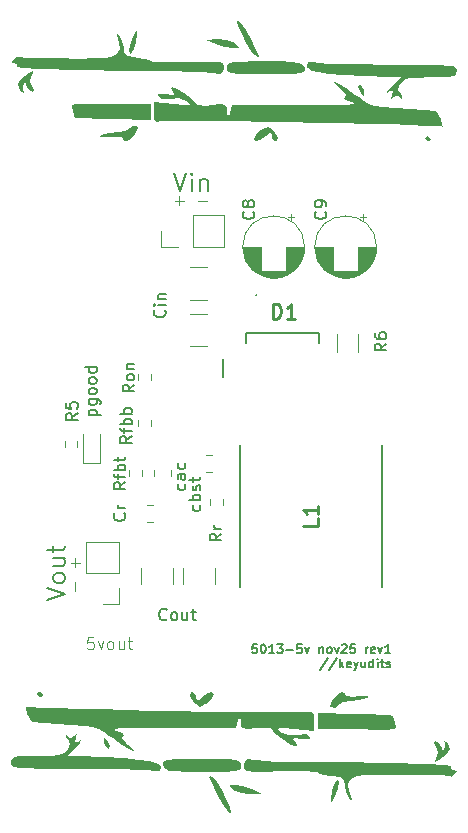
<source format=gto>
%TF.GenerationSoftware,KiCad,Pcbnew,9.0.6*%
%TF.CreationDate,2025-11-23T20:43:57-05:00*%
%TF.ProjectId,5013-5v,35303133-2d35-4762-9e6b-696361645f70,rev?*%
%TF.SameCoordinates,Original*%
%TF.FileFunction,Legend,Top*%
%TF.FilePolarity,Positive*%
%FSLAX46Y46*%
G04 Gerber Fmt 4.6, Leading zero omitted, Abs format (unit mm)*
G04 Created by KiCad (PCBNEW 9.0.6) date 2025-11-23 20:43:57*
%MOMM*%
%LPD*%
G01*
G04 APERTURE LIST*
%ADD10C,0.100000*%
%ADD11C,0.150000*%
%ADD12C,0.187500*%
%ADD13C,0.254000*%
%ADD14C,0.000000*%
%ADD15C,0.200000*%
%ADD16C,0.120000*%
G04 APERTURE END LIST*
D10*
X122074074Y-116160419D02*
X121597884Y-116160419D01*
X121597884Y-116160419D02*
X121550265Y-116636609D01*
X121550265Y-116636609D02*
X121597884Y-116588990D01*
X121597884Y-116588990D02*
X121693122Y-116541371D01*
X121693122Y-116541371D02*
X121931217Y-116541371D01*
X121931217Y-116541371D02*
X122026455Y-116588990D01*
X122026455Y-116588990D02*
X122074074Y-116636609D01*
X122074074Y-116636609D02*
X122121693Y-116731847D01*
X122121693Y-116731847D02*
X122121693Y-116969942D01*
X122121693Y-116969942D02*
X122074074Y-117065180D01*
X122074074Y-117065180D02*
X122026455Y-117112800D01*
X122026455Y-117112800D02*
X121931217Y-117160419D01*
X121931217Y-117160419D02*
X121693122Y-117160419D01*
X121693122Y-117160419D02*
X121597884Y-117112800D01*
X121597884Y-117112800D02*
X121550265Y-117065180D01*
X122455027Y-116493752D02*
X122693122Y-117160419D01*
X122693122Y-117160419D02*
X122931217Y-116493752D01*
X123455027Y-117160419D02*
X123359789Y-117112800D01*
X123359789Y-117112800D02*
X123312170Y-117065180D01*
X123312170Y-117065180D02*
X123264551Y-116969942D01*
X123264551Y-116969942D02*
X123264551Y-116684228D01*
X123264551Y-116684228D02*
X123312170Y-116588990D01*
X123312170Y-116588990D02*
X123359789Y-116541371D01*
X123359789Y-116541371D02*
X123455027Y-116493752D01*
X123455027Y-116493752D02*
X123597884Y-116493752D01*
X123597884Y-116493752D02*
X123693122Y-116541371D01*
X123693122Y-116541371D02*
X123740741Y-116588990D01*
X123740741Y-116588990D02*
X123788360Y-116684228D01*
X123788360Y-116684228D02*
X123788360Y-116969942D01*
X123788360Y-116969942D02*
X123740741Y-117065180D01*
X123740741Y-117065180D02*
X123693122Y-117112800D01*
X123693122Y-117112800D02*
X123597884Y-117160419D01*
X123597884Y-117160419D02*
X123455027Y-117160419D01*
X124645503Y-116493752D02*
X124645503Y-117160419D01*
X124216932Y-116493752D02*
X124216932Y-117017561D01*
X124216932Y-117017561D02*
X124264551Y-117112800D01*
X124264551Y-117112800D02*
X124359789Y-117160419D01*
X124359789Y-117160419D02*
X124502646Y-117160419D01*
X124502646Y-117160419D02*
X124597884Y-117112800D01*
X124597884Y-117112800D02*
X124645503Y-117065180D01*
X124978837Y-116493752D02*
X125359789Y-116493752D01*
X125121694Y-116160419D02*
X125121694Y-117017561D01*
X125121694Y-117017561D02*
X125169313Y-117112800D01*
X125169313Y-117112800D02*
X125264551Y-117160419D01*
X125264551Y-117160419D02*
X125359789Y-117160419D01*
X120532533Y-109463884D02*
X120532533Y-110225789D01*
X120151580Y-109844836D02*
X120913485Y-109844836D01*
X120532533Y-111463884D02*
X120532533Y-112225789D01*
X128963884Y-79187466D02*
X129725789Y-79187466D01*
X129344836Y-79568419D02*
X129344836Y-78806514D01*
X130963884Y-79187466D02*
X131725789Y-79187466D01*
D11*
X135928741Y-116754956D02*
X135571598Y-116754956D01*
X135571598Y-116754956D02*
X135535884Y-117112099D01*
X135535884Y-117112099D02*
X135571598Y-117076384D01*
X135571598Y-117076384D02*
X135643027Y-117040670D01*
X135643027Y-117040670D02*
X135821598Y-117040670D01*
X135821598Y-117040670D02*
X135893027Y-117076384D01*
X135893027Y-117076384D02*
X135928741Y-117112099D01*
X135928741Y-117112099D02*
X135964455Y-117183527D01*
X135964455Y-117183527D02*
X135964455Y-117362099D01*
X135964455Y-117362099D02*
X135928741Y-117433527D01*
X135928741Y-117433527D02*
X135893027Y-117469242D01*
X135893027Y-117469242D02*
X135821598Y-117504956D01*
X135821598Y-117504956D02*
X135643027Y-117504956D01*
X135643027Y-117504956D02*
X135571598Y-117469242D01*
X135571598Y-117469242D02*
X135535884Y-117433527D01*
X136428741Y-116754956D02*
X136500170Y-116754956D01*
X136500170Y-116754956D02*
X136571598Y-116790670D01*
X136571598Y-116790670D02*
X136607313Y-116826384D01*
X136607313Y-116826384D02*
X136643027Y-116897813D01*
X136643027Y-116897813D02*
X136678741Y-117040670D01*
X136678741Y-117040670D02*
X136678741Y-117219242D01*
X136678741Y-117219242D02*
X136643027Y-117362099D01*
X136643027Y-117362099D02*
X136607313Y-117433527D01*
X136607313Y-117433527D02*
X136571598Y-117469242D01*
X136571598Y-117469242D02*
X136500170Y-117504956D01*
X136500170Y-117504956D02*
X136428741Y-117504956D01*
X136428741Y-117504956D02*
X136357313Y-117469242D01*
X136357313Y-117469242D02*
X136321598Y-117433527D01*
X136321598Y-117433527D02*
X136285884Y-117362099D01*
X136285884Y-117362099D02*
X136250170Y-117219242D01*
X136250170Y-117219242D02*
X136250170Y-117040670D01*
X136250170Y-117040670D02*
X136285884Y-116897813D01*
X136285884Y-116897813D02*
X136321598Y-116826384D01*
X136321598Y-116826384D02*
X136357313Y-116790670D01*
X136357313Y-116790670D02*
X136428741Y-116754956D01*
X137393027Y-117504956D02*
X136964456Y-117504956D01*
X137178741Y-117504956D02*
X137178741Y-116754956D01*
X137178741Y-116754956D02*
X137107313Y-116862099D01*
X137107313Y-116862099D02*
X137035884Y-116933527D01*
X137035884Y-116933527D02*
X136964456Y-116969242D01*
X137643027Y-116754956D02*
X138107313Y-116754956D01*
X138107313Y-116754956D02*
X137857313Y-117040670D01*
X137857313Y-117040670D02*
X137964456Y-117040670D01*
X137964456Y-117040670D02*
X138035885Y-117076384D01*
X138035885Y-117076384D02*
X138071599Y-117112099D01*
X138071599Y-117112099D02*
X138107313Y-117183527D01*
X138107313Y-117183527D02*
X138107313Y-117362099D01*
X138107313Y-117362099D02*
X138071599Y-117433527D01*
X138071599Y-117433527D02*
X138035885Y-117469242D01*
X138035885Y-117469242D02*
X137964456Y-117504956D01*
X137964456Y-117504956D02*
X137750170Y-117504956D01*
X137750170Y-117504956D02*
X137678742Y-117469242D01*
X137678742Y-117469242D02*
X137643027Y-117433527D01*
X138428742Y-117219242D02*
X139000171Y-117219242D01*
X139714456Y-116754956D02*
X139357313Y-116754956D01*
X139357313Y-116754956D02*
X139321599Y-117112099D01*
X139321599Y-117112099D02*
X139357313Y-117076384D01*
X139357313Y-117076384D02*
X139428742Y-117040670D01*
X139428742Y-117040670D02*
X139607313Y-117040670D01*
X139607313Y-117040670D02*
X139678742Y-117076384D01*
X139678742Y-117076384D02*
X139714456Y-117112099D01*
X139714456Y-117112099D02*
X139750170Y-117183527D01*
X139750170Y-117183527D02*
X139750170Y-117362099D01*
X139750170Y-117362099D02*
X139714456Y-117433527D01*
X139714456Y-117433527D02*
X139678742Y-117469242D01*
X139678742Y-117469242D02*
X139607313Y-117504956D01*
X139607313Y-117504956D02*
X139428742Y-117504956D01*
X139428742Y-117504956D02*
X139357313Y-117469242D01*
X139357313Y-117469242D02*
X139321599Y-117433527D01*
X140000170Y-117004956D02*
X140178742Y-117504956D01*
X140178742Y-117504956D02*
X140357313Y-117004956D01*
X141214457Y-117004956D02*
X141214457Y-117504956D01*
X141214457Y-117076384D02*
X141250171Y-117040670D01*
X141250171Y-117040670D02*
X141321600Y-117004956D01*
X141321600Y-117004956D02*
X141428743Y-117004956D01*
X141428743Y-117004956D02*
X141500171Y-117040670D01*
X141500171Y-117040670D02*
X141535886Y-117112099D01*
X141535886Y-117112099D02*
X141535886Y-117504956D01*
X142000171Y-117504956D02*
X141928742Y-117469242D01*
X141928742Y-117469242D02*
X141893028Y-117433527D01*
X141893028Y-117433527D02*
X141857314Y-117362099D01*
X141857314Y-117362099D02*
X141857314Y-117147813D01*
X141857314Y-117147813D02*
X141893028Y-117076384D01*
X141893028Y-117076384D02*
X141928742Y-117040670D01*
X141928742Y-117040670D02*
X142000171Y-117004956D01*
X142000171Y-117004956D02*
X142107314Y-117004956D01*
X142107314Y-117004956D02*
X142178742Y-117040670D01*
X142178742Y-117040670D02*
X142214457Y-117076384D01*
X142214457Y-117076384D02*
X142250171Y-117147813D01*
X142250171Y-117147813D02*
X142250171Y-117362099D01*
X142250171Y-117362099D02*
X142214457Y-117433527D01*
X142214457Y-117433527D02*
X142178742Y-117469242D01*
X142178742Y-117469242D02*
X142107314Y-117504956D01*
X142107314Y-117504956D02*
X142000171Y-117504956D01*
X142500170Y-117004956D02*
X142678742Y-117504956D01*
X142678742Y-117504956D02*
X142857313Y-117004956D01*
X143107314Y-116826384D02*
X143143028Y-116790670D01*
X143143028Y-116790670D02*
X143214457Y-116754956D01*
X143214457Y-116754956D02*
X143393028Y-116754956D01*
X143393028Y-116754956D02*
X143464457Y-116790670D01*
X143464457Y-116790670D02*
X143500171Y-116826384D01*
X143500171Y-116826384D02*
X143535885Y-116897813D01*
X143535885Y-116897813D02*
X143535885Y-116969242D01*
X143535885Y-116969242D02*
X143500171Y-117076384D01*
X143500171Y-117076384D02*
X143071599Y-117504956D01*
X143071599Y-117504956D02*
X143535885Y-117504956D01*
X144214457Y-116754956D02*
X143857314Y-116754956D01*
X143857314Y-116754956D02*
X143821600Y-117112099D01*
X143821600Y-117112099D02*
X143857314Y-117076384D01*
X143857314Y-117076384D02*
X143928743Y-117040670D01*
X143928743Y-117040670D02*
X144107314Y-117040670D01*
X144107314Y-117040670D02*
X144178743Y-117076384D01*
X144178743Y-117076384D02*
X144214457Y-117112099D01*
X144214457Y-117112099D02*
X144250171Y-117183527D01*
X144250171Y-117183527D02*
X144250171Y-117362099D01*
X144250171Y-117362099D02*
X144214457Y-117433527D01*
X144214457Y-117433527D02*
X144178743Y-117469242D01*
X144178743Y-117469242D02*
X144107314Y-117504956D01*
X144107314Y-117504956D02*
X143928743Y-117504956D01*
X143928743Y-117504956D02*
X143857314Y-117469242D01*
X143857314Y-117469242D02*
X143821600Y-117433527D01*
X145143029Y-117504956D02*
X145143029Y-117004956D01*
X145143029Y-117147813D02*
X145178743Y-117076384D01*
X145178743Y-117076384D02*
X145214458Y-117040670D01*
X145214458Y-117040670D02*
X145285886Y-117004956D01*
X145285886Y-117004956D02*
X145357315Y-117004956D01*
X145893029Y-117469242D02*
X145821601Y-117504956D01*
X145821601Y-117504956D02*
X145678744Y-117504956D01*
X145678744Y-117504956D02*
X145607315Y-117469242D01*
X145607315Y-117469242D02*
X145571601Y-117397813D01*
X145571601Y-117397813D02*
X145571601Y-117112099D01*
X145571601Y-117112099D02*
X145607315Y-117040670D01*
X145607315Y-117040670D02*
X145678744Y-117004956D01*
X145678744Y-117004956D02*
X145821601Y-117004956D01*
X145821601Y-117004956D02*
X145893029Y-117040670D01*
X145893029Y-117040670D02*
X145928744Y-117112099D01*
X145928744Y-117112099D02*
X145928744Y-117183527D01*
X145928744Y-117183527D02*
X145571601Y-117254956D01*
X146178743Y-117004956D02*
X146357315Y-117504956D01*
X146357315Y-117504956D02*
X146535886Y-117004956D01*
X147214458Y-117504956D02*
X146785887Y-117504956D01*
X147000172Y-117504956D02*
X147000172Y-116754956D01*
X147000172Y-116754956D02*
X146928744Y-116862099D01*
X146928744Y-116862099D02*
X146857315Y-116933527D01*
X146857315Y-116933527D02*
X146785887Y-116969242D01*
X141928745Y-117926700D02*
X141285888Y-118890985D01*
X142714459Y-117926700D02*
X142071602Y-118890985D01*
X142964459Y-118712414D02*
X142964459Y-117962414D01*
X143035888Y-118426700D02*
X143250173Y-118712414D01*
X143250173Y-118212414D02*
X142964459Y-118498128D01*
X143857316Y-118676700D02*
X143785888Y-118712414D01*
X143785888Y-118712414D02*
X143643031Y-118712414D01*
X143643031Y-118712414D02*
X143571602Y-118676700D01*
X143571602Y-118676700D02*
X143535888Y-118605271D01*
X143535888Y-118605271D02*
X143535888Y-118319557D01*
X143535888Y-118319557D02*
X143571602Y-118248128D01*
X143571602Y-118248128D02*
X143643031Y-118212414D01*
X143643031Y-118212414D02*
X143785888Y-118212414D01*
X143785888Y-118212414D02*
X143857316Y-118248128D01*
X143857316Y-118248128D02*
X143893031Y-118319557D01*
X143893031Y-118319557D02*
X143893031Y-118390985D01*
X143893031Y-118390985D02*
X143535888Y-118462414D01*
X144143030Y-118212414D02*
X144321602Y-118712414D01*
X144500173Y-118212414D02*
X144321602Y-118712414D01*
X144321602Y-118712414D02*
X144250173Y-118890985D01*
X144250173Y-118890985D02*
X144214459Y-118926700D01*
X144214459Y-118926700D02*
X144143030Y-118962414D01*
X145107317Y-118212414D02*
X145107317Y-118712414D01*
X144785888Y-118212414D02*
X144785888Y-118605271D01*
X144785888Y-118605271D02*
X144821602Y-118676700D01*
X144821602Y-118676700D02*
X144893031Y-118712414D01*
X144893031Y-118712414D02*
X145000174Y-118712414D01*
X145000174Y-118712414D02*
X145071602Y-118676700D01*
X145071602Y-118676700D02*
X145107317Y-118640985D01*
X145785888Y-118712414D02*
X145785888Y-117962414D01*
X145785888Y-118676700D02*
X145714459Y-118712414D01*
X145714459Y-118712414D02*
X145571602Y-118712414D01*
X145571602Y-118712414D02*
X145500173Y-118676700D01*
X145500173Y-118676700D02*
X145464459Y-118640985D01*
X145464459Y-118640985D02*
X145428745Y-118569557D01*
X145428745Y-118569557D02*
X145428745Y-118355271D01*
X145428745Y-118355271D02*
X145464459Y-118283842D01*
X145464459Y-118283842D02*
X145500173Y-118248128D01*
X145500173Y-118248128D02*
X145571602Y-118212414D01*
X145571602Y-118212414D02*
X145714459Y-118212414D01*
X145714459Y-118212414D02*
X145785888Y-118248128D01*
X146143030Y-118712414D02*
X146143030Y-118212414D01*
X146143030Y-117962414D02*
X146107316Y-117998128D01*
X146107316Y-117998128D02*
X146143030Y-118033842D01*
X146143030Y-118033842D02*
X146178744Y-117998128D01*
X146178744Y-117998128D02*
X146143030Y-117962414D01*
X146143030Y-117962414D02*
X146143030Y-118033842D01*
X146393030Y-118212414D02*
X146678744Y-118212414D01*
X146500173Y-117962414D02*
X146500173Y-118605271D01*
X146500173Y-118605271D02*
X146535887Y-118676700D01*
X146535887Y-118676700D02*
X146607316Y-118712414D01*
X146607316Y-118712414D02*
X146678744Y-118712414D01*
X146893030Y-118676700D02*
X146964458Y-118712414D01*
X146964458Y-118712414D02*
X147107315Y-118712414D01*
X147107315Y-118712414D02*
X147178744Y-118676700D01*
X147178744Y-118676700D02*
X147214458Y-118605271D01*
X147214458Y-118605271D02*
X147214458Y-118569557D01*
X147214458Y-118569557D02*
X147178744Y-118498128D01*
X147178744Y-118498128D02*
X147107315Y-118462414D01*
X147107315Y-118462414D02*
X147000173Y-118462414D01*
X147000173Y-118462414D02*
X146928744Y-118426700D01*
X146928744Y-118426700D02*
X146893030Y-118355271D01*
X146893030Y-118355271D02*
X146893030Y-118319557D01*
X146893030Y-118319557D02*
X146928744Y-118248128D01*
X146928744Y-118248128D02*
X147000173Y-118212414D01*
X147000173Y-118212414D02*
X147107315Y-118212414D01*
X147107315Y-118212414D02*
X147178744Y-118248128D01*
X125558819Y-94769238D02*
X125082628Y-95102571D01*
X125558819Y-95340666D02*
X124558819Y-95340666D01*
X124558819Y-95340666D02*
X124558819Y-94959714D01*
X124558819Y-94959714D02*
X124606438Y-94864476D01*
X124606438Y-94864476D02*
X124654057Y-94816857D01*
X124654057Y-94816857D02*
X124749295Y-94769238D01*
X124749295Y-94769238D02*
X124892152Y-94769238D01*
X124892152Y-94769238D02*
X124987390Y-94816857D01*
X124987390Y-94816857D02*
X125035009Y-94864476D01*
X125035009Y-94864476D02*
X125082628Y-94959714D01*
X125082628Y-94959714D02*
X125082628Y-95340666D01*
X125558819Y-94197809D02*
X125511200Y-94293047D01*
X125511200Y-94293047D02*
X125463580Y-94340666D01*
X125463580Y-94340666D02*
X125368342Y-94388285D01*
X125368342Y-94388285D02*
X125082628Y-94388285D01*
X125082628Y-94388285D02*
X124987390Y-94340666D01*
X124987390Y-94340666D02*
X124939771Y-94293047D01*
X124939771Y-94293047D02*
X124892152Y-94197809D01*
X124892152Y-94197809D02*
X124892152Y-94054952D01*
X124892152Y-94054952D02*
X124939771Y-93959714D01*
X124939771Y-93959714D02*
X124987390Y-93912095D01*
X124987390Y-93912095D02*
X125082628Y-93864476D01*
X125082628Y-93864476D02*
X125368342Y-93864476D01*
X125368342Y-93864476D02*
X125463580Y-93912095D01*
X125463580Y-93912095D02*
X125511200Y-93959714D01*
X125511200Y-93959714D02*
X125558819Y-94054952D01*
X125558819Y-94054952D02*
X125558819Y-94197809D01*
X124892152Y-93435904D02*
X125558819Y-93435904D01*
X124987390Y-93435904D02*
X124939771Y-93388285D01*
X124939771Y-93388285D02*
X124892152Y-93293047D01*
X124892152Y-93293047D02*
X124892152Y-93150190D01*
X124892152Y-93150190D02*
X124939771Y-93054952D01*
X124939771Y-93054952D02*
X125035009Y-93007333D01*
X125035009Y-93007333D02*
X125558819Y-93007333D01*
X128287047Y-114629080D02*
X128239428Y-114676700D01*
X128239428Y-114676700D02*
X128096571Y-114724319D01*
X128096571Y-114724319D02*
X128001333Y-114724319D01*
X128001333Y-114724319D02*
X127858476Y-114676700D01*
X127858476Y-114676700D02*
X127763238Y-114581461D01*
X127763238Y-114581461D02*
X127715619Y-114486223D01*
X127715619Y-114486223D02*
X127668000Y-114295747D01*
X127668000Y-114295747D02*
X127668000Y-114152890D01*
X127668000Y-114152890D02*
X127715619Y-113962414D01*
X127715619Y-113962414D02*
X127763238Y-113867176D01*
X127763238Y-113867176D02*
X127858476Y-113771938D01*
X127858476Y-113771938D02*
X128001333Y-113724319D01*
X128001333Y-113724319D02*
X128096571Y-113724319D01*
X128096571Y-113724319D02*
X128239428Y-113771938D01*
X128239428Y-113771938D02*
X128287047Y-113819557D01*
X128858476Y-114724319D02*
X128763238Y-114676700D01*
X128763238Y-114676700D02*
X128715619Y-114629080D01*
X128715619Y-114629080D02*
X128668000Y-114533842D01*
X128668000Y-114533842D02*
X128668000Y-114248128D01*
X128668000Y-114248128D02*
X128715619Y-114152890D01*
X128715619Y-114152890D02*
X128763238Y-114105271D01*
X128763238Y-114105271D02*
X128858476Y-114057652D01*
X128858476Y-114057652D02*
X129001333Y-114057652D01*
X129001333Y-114057652D02*
X129096571Y-114105271D01*
X129096571Y-114105271D02*
X129144190Y-114152890D01*
X129144190Y-114152890D02*
X129191809Y-114248128D01*
X129191809Y-114248128D02*
X129191809Y-114533842D01*
X129191809Y-114533842D02*
X129144190Y-114629080D01*
X129144190Y-114629080D02*
X129096571Y-114676700D01*
X129096571Y-114676700D02*
X129001333Y-114724319D01*
X129001333Y-114724319D02*
X128858476Y-114724319D01*
X130048952Y-114057652D02*
X130048952Y-114724319D01*
X129620381Y-114057652D02*
X129620381Y-114581461D01*
X129620381Y-114581461D02*
X129668000Y-114676700D01*
X129668000Y-114676700D02*
X129763238Y-114724319D01*
X129763238Y-114724319D02*
X129906095Y-114724319D01*
X129906095Y-114724319D02*
X130001333Y-114676700D01*
X130001333Y-114676700D02*
X130048952Y-114629080D01*
X130382286Y-114057652D02*
X130763238Y-114057652D01*
X130525143Y-113724319D02*
X130525143Y-114581461D01*
X130525143Y-114581461D02*
X130572762Y-114676700D01*
X130572762Y-114676700D02*
X130668000Y-114724319D01*
X130668000Y-114724319D02*
X130763238Y-114724319D01*
X132924819Y-107382000D02*
X132448628Y-107715333D01*
X132924819Y-107953428D02*
X131924819Y-107953428D01*
X131924819Y-107953428D02*
X131924819Y-107572476D01*
X131924819Y-107572476D02*
X131972438Y-107477238D01*
X131972438Y-107477238D02*
X132020057Y-107429619D01*
X132020057Y-107429619D02*
X132115295Y-107382000D01*
X132115295Y-107382000D02*
X132258152Y-107382000D01*
X132258152Y-107382000D02*
X132353390Y-107429619D01*
X132353390Y-107429619D02*
X132401009Y-107477238D01*
X132401009Y-107477238D02*
X132448628Y-107572476D01*
X132448628Y-107572476D02*
X132448628Y-107953428D01*
X132924819Y-106953428D02*
X132258152Y-106953428D01*
X132448628Y-106953428D02*
X132353390Y-106905809D01*
X132353390Y-106905809D02*
X132305771Y-106858190D01*
X132305771Y-106858190D02*
X132258152Y-106762952D01*
X132258152Y-106762952D02*
X132258152Y-106667714D01*
X121689952Y-97355309D02*
X122689952Y-97355309D01*
X121737571Y-97355309D02*
X121689952Y-97260071D01*
X121689952Y-97260071D02*
X121689952Y-97069595D01*
X121689952Y-97069595D02*
X121737571Y-96974357D01*
X121737571Y-96974357D02*
X121785190Y-96926738D01*
X121785190Y-96926738D02*
X121880428Y-96879119D01*
X121880428Y-96879119D02*
X122166142Y-96879119D01*
X122166142Y-96879119D02*
X122261380Y-96926738D01*
X122261380Y-96926738D02*
X122309000Y-96974357D01*
X122309000Y-96974357D02*
X122356619Y-97069595D01*
X122356619Y-97069595D02*
X122356619Y-97260071D01*
X122356619Y-97260071D02*
X122309000Y-97355309D01*
X121689952Y-96021976D02*
X122499476Y-96021976D01*
X122499476Y-96021976D02*
X122594714Y-96069595D01*
X122594714Y-96069595D02*
X122642333Y-96117214D01*
X122642333Y-96117214D02*
X122689952Y-96212452D01*
X122689952Y-96212452D02*
X122689952Y-96355309D01*
X122689952Y-96355309D02*
X122642333Y-96450547D01*
X122309000Y-96021976D02*
X122356619Y-96117214D01*
X122356619Y-96117214D02*
X122356619Y-96307690D01*
X122356619Y-96307690D02*
X122309000Y-96402928D01*
X122309000Y-96402928D02*
X122261380Y-96450547D01*
X122261380Y-96450547D02*
X122166142Y-96498166D01*
X122166142Y-96498166D02*
X121880428Y-96498166D01*
X121880428Y-96498166D02*
X121785190Y-96450547D01*
X121785190Y-96450547D02*
X121737571Y-96402928D01*
X121737571Y-96402928D02*
X121689952Y-96307690D01*
X121689952Y-96307690D02*
X121689952Y-96117214D01*
X121689952Y-96117214D02*
X121737571Y-96021976D01*
X122356619Y-95402928D02*
X122309000Y-95498166D01*
X122309000Y-95498166D02*
X122261380Y-95545785D01*
X122261380Y-95545785D02*
X122166142Y-95593404D01*
X122166142Y-95593404D02*
X121880428Y-95593404D01*
X121880428Y-95593404D02*
X121785190Y-95545785D01*
X121785190Y-95545785D02*
X121737571Y-95498166D01*
X121737571Y-95498166D02*
X121689952Y-95402928D01*
X121689952Y-95402928D02*
X121689952Y-95260071D01*
X121689952Y-95260071D02*
X121737571Y-95164833D01*
X121737571Y-95164833D02*
X121785190Y-95117214D01*
X121785190Y-95117214D02*
X121880428Y-95069595D01*
X121880428Y-95069595D02*
X122166142Y-95069595D01*
X122166142Y-95069595D02*
X122261380Y-95117214D01*
X122261380Y-95117214D02*
X122309000Y-95164833D01*
X122309000Y-95164833D02*
X122356619Y-95260071D01*
X122356619Y-95260071D02*
X122356619Y-95402928D01*
X122356619Y-94498166D02*
X122309000Y-94593404D01*
X122309000Y-94593404D02*
X122261380Y-94641023D01*
X122261380Y-94641023D02*
X122166142Y-94688642D01*
X122166142Y-94688642D02*
X121880428Y-94688642D01*
X121880428Y-94688642D02*
X121785190Y-94641023D01*
X121785190Y-94641023D02*
X121737571Y-94593404D01*
X121737571Y-94593404D02*
X121689952Y-94498166D01*
X121689952Y-94498166D02*
X121689952Y-94355309D01*
X121689952Y-94355309D02*
X121737571Y-94260071D01*
X121737571Y-94260071D02*
X121785190Y-94212452D01*
X121785190Y-94212452D02*
X121880428Y-94164833D01*
X121880428Y-94164833D02*
X122166142Y-94164833D01*
X122166142Y-94164833D02*
X122261380Y-94212452D01*
X122261380Y-94212452D02*
X122309000Y-94260071D01*
X122309000Y-94260071D02*
X122356619Y-94355309D01*
X122356619Y-94355309D02*
X122356619Y-94498166D01*
X122356619Y-93307690D02*
X121356619Y-93307690D01*
X122309000Y-93307690D02*
X122356619Y-93402928D01*
X122356619Y-93402928D02*
X122356619Y-93593404D01*
X122356619Y-93593404D02*
X122309000Y-93688642D01*
X122309000Y-93688642D02*
X122261380Y-93736261D01*
X122261380Y-93736261D02*
X122166142Y-93783880D01*
X122166142Y-93783880D02*
X121880428Y-93783880D01*
X121880428Y-93783880D02*
X121785190Y-93736261D01*
X121785190Y-93736261D02*
X121737571Y-93688642D01*
X121737571Y-93688642D02*
X121689952Y-93593404D01*
X121689952Y-93593404D02*
X121689952Y-93402928D01*
X121689952Y-93402928D02*
X121737571Y-93307690D01*
X141719580Y-80116666D02*
X141767200Y-80164285D01*
X141767200Y-80164285D02*
X141814819Y-80307142D01*
X141814819Y-80307142D02*
X141814819Y-80402380D01*
X141814819Y-80402380D02*
X141767200Y-80545237D01*
X141767200Y-80545237D02*
X141671961Y-80640475D01*
X141671961Y-80640475D02*
X141576723Y-80688094D01*
X141576723Y-80688094D02*
X141386247Y-80735713D01*
X141386247Y-80735713D02*
X141243390Y-80735713D01*
X141243390Y-80735713D02*
X141052914Y-80688094D01*
X141052914Y-80688094D02*
X140957676Y-80640475D01*
X140957676Y-80640475D02*
X140862438Y-80545237D01*
X140862438Y-80545237D02*
X140814819Y-80402380D01*
X140814819Y-80402380D02*
X140814819Y-80307142D01*
X140814819Y-80307142D02*
X140862438Y-80164285D01*
X140862438Y-80164285D02*
X140910057Y-80116666D01*
X141814819Y-79640475D02*
X141814819Y-79449999D01*
X141814819Y-79449999D02*
X141767200Y-79354761D01*
X141767200Y-79354761D02*
X141719580Y-79307142D01*
X141719580Y-79307142D02*
X141576723Y-79211904D01*
X141576723Y-79211904D02*
X141386247Y-79164285D01*
X141386247Y-79164285D02*
X141005295Y-79164285D01*
X141005295Y-79164285D02*
X140910057Y-79211904D01*
X140910057Y-79211904D02*
X140862438Y-79259523D01*
X140862438Y-79259523D02*
X140814819Y-79354761D01*
X140814819Y-79354761D02*
X140814819Y-79545237D01*
X140814819Y-79545237D02*
X140862438Y-79640475D01*
X140862438Y-79640475D02*
X140910057Y-79688094D01*
X140910057Y-79688094D02*
X141005295Y-79735713D01*
X141005295Y-79735713D02*
X141243390Y-79735713D01*
X141243390Y-79735713D02*
X141338628Y-79688094D01*
X141338628Y-79688094D02*
X141386247Y-79640475D01*
X141386247Y-79640475D02*
X141433866Y-79545237D01*
X141433866Y-79545237D02*
X141433866Y-79354761D01*
X141433866Y-79354761D02*
X141386247Y-79259523D01*
X141386247Y-79259523D02*
X141338628Y-79211904D01*
X141338628Y-79211904D02*
X141243390Y-79164285D01*
D12*
X128902286Y-76848178D02*
X129402286Y-78348178D01*
X129402286Y-78348178D02*
X129902286Y-76848178D01*
X130402285Y-78348178D02*
X130402285Y-77348178D01*
X130402285Y-76848178D02*
X130330857Y-76919607D01*
X130330857Y-76919607D02*
X130402285Y-76991035D01*
X130402285Y-76991035D02*
X130473714Y-76919607D01*
X130473714Y-76919607D02*
X130402285Y-76848178D01*
X130402285Y-76848178D02*
X130402285Y-76991035D01*
X131116571Y-77348178D02*
X131116571Y-78348178D01*
X131116571Y-77491035D02*
X131188000Y-77419607D01*
X131188000Y-77419607D02*
X131330857Y-77348178D01*
X131330857Y-77348178D02*
X131545143Y-77348178D01*
X131545143Y-77348178D02*
X131688000Y-77419607D01*
X131688000Y-77419607D02*
X131759429Y-77562464D01*
X131759429Y-77562464D02*
X131759429Y-78348178D01*
X118192178Y-112969713D02*
X119692178Y-112469713D01*
X119692178Y-112469713D02*
X118192178Y-111969713D01*
X119692178Y-111255428D02*
X119620750Y-111398285D01*
X119620750Y-111398285D02*
X119549321Y-111469714D01*
X119549321Y-111469714D02*
X119406464Y-111541142D01*
X119406464Y-111541142D02*
X118977892Y-111541142D01*
X118977892Y-111541142D02*
X118835035Y-111469714D01*
X118835035Y-111469714D02*
X118763607Y-111398285D01*
X118763607Y-111398285D02*
X118692178Y-111255428D01*
X118692178Y-111255428D02*
X118692178Y-111041142D01*
X118692178Y-111041142D02*
X118763607Y-110898285D01*
X118763607Y-110898285D02*
X118835035Y-110826857D01*
X118835035Y-110826857D02*
X118977892Y-110755428D01*
X118977892Y-110755428D02*
X119406464Y-110755428D01*
X119406464Y-110755428D02*
X119549321Y-110826857D01*
X119549321Y-110826857D02*
X119620750Y-110898285D01*
X119620750Y-110898285D02*
X119692178Y-111041142D01*
X119692178Y-111041142D02*
X119692178Y-111255428D01*
X118692178Y-109469714D02*
X119692178Y-109469714D01*
X118692178Y-110112571D02*
X119477892Y-110112571D01*
X119477892Y-110112571D02*
X119620750Y-110041142D01*
X119620750Y-110041142D02*
X119692178Y-109898285D01*
X119692178Y-109898285D02*
X119692178Y-109683999D01*
X119692178Y-109683999D02*
X119620750Y-109541142D01*
X119620750Y-109541142D02*
X119549321Y-109469714D01*
X118692178Y-108969713D02*
X118692178Y-108398285D01*
X118192178Y-108755428D02*
X119477892Y-108755428D01*
X119477892Y-108755428D02*
X119620750Y-108683999D01*
X119620750Y-108683999D02*
X119692178Y-108541142D01*
X119692178Y-108541142D02*
X119692178Y-108398285D01*
D13*
X137262618Y-89174318D02*
X137262618Y-87904318D01*
X137262618Y-87904318D02*
X137564999Y-87904318D01*
X137564999Y-87904318D02*
X137746428Y-87964794D01*
X137746428Y-87964794D02*
X137867380Y-88085746D01*
X137867380Y-88085746D02*
X137927857Y-88206699D01*
X137927857Y-88206699D02*
X137988333Y-88448603D01*
X137988333Y-88448603D02*
X137988333Y-88630032D01*
X137988333Y-88630032D02*
X137927857Y-88871937D01*
X137927857Y-88871937D02*
X137867380Y-88992889D01*
X137867380Y-88992889D02*
X137746428Y-89113842D01*
X137746428Y-89113842D02*
X137564999Y-89174318D01*
X137564999Y-89174318D02*
X137262618Y-89174318D01*
X139197857Y-89174318D02*
X138472142Y-89174318D01*
X138834999Y-89174318D02*
X138834999Y-87904318D01*
X138834999Y-87904318D02*
X138714047Y-88085746D01*
X138714047Y-88085746D02*
X138593095Y-88206699D01*
X138593095Y-88206699D02*
X138472142Y-88267175D01*
D11*
X128115080Y-88458952D02*
X128162700Y-88506571D01*
X128162700Y-88506571D02*
X128210319Y-88649428D01*
X128210319Y-88649428D02*
X128210319Y-88744666D01*
X128210319Y-88744666D02*
X128162700Y-88887523D01*
X128162700Y-88887523D02*
X128067461Y-88982761D01*
X128067461Y-88982761D02*
X127972223Y-89030380D01*
X127972223Y-89030380D02*
X127781747Y-89077999D01*
X127781747Y-89077999D02*
X127638890Y-89077999D01*
X127638890Y-89077999D02*
X127448414Y-89030380D01*
X127448414Y-89030380D02*
X127353176Y-88982761D01*
X127353176Y-88982761D02*
X127257938Y-88887523D01*
X127257938Y-88887523D02*
X127210319Y-88744666D01*
X127210319Y-88744666D02*
X127210319Y-88649428D01*
X127210319Y-88649428D02*
X127257938Y-88506571D01*
X127257938Y-88506571D02*
X127305557Y-88458952D01*
X128210319Y-88030380D02*
X127543652Y-88030380D01*
X127210319Y-88030380D02*
X127257938Y-88077999D01*
X127257938Y-88077999D02*
X127305557Y-88030380D01*
X127305557Y-88030380D02*
X127257938Y-87982761D01*
X127257938Y-87982761D02*
X127210319Y-88030380D01*
X127210319Y-88030380D02*
X127305557Y-88030380D01*
X127543652Y-87554190D02*
X128210319Y-87554190D01*
X127638890Y-87554190D02*
X127591271Y-87506571D01*
X127591271Y-87506571D02*
X127543652Y-87411333D01*
X127543652Y-87411333D02*
X127543652Y-87268476D01*
X127543652Y-87268476D02*
X127591271Y-87173238D01*
X127591271Y-87173238D02*
X127686509Y-87125619D01*
X127686509Y-87125619D02*
X128210319Y-87125619D01*
X146894819Y-91292666D02*
X146418628Y-91625999D01*
X146894819Y-91864094D02*
X145894819Y-91864094D01*
X145894819Y-91864094D02*
X145894819Y-91483142D01*
X145894819Y-91483142D02*
X145942438Y-91387904D01*
X145942438Y-91387904D02*
X145990057Y-91340285D01*
X145990057Y-91340285D02*
X146085295Y-91292666D01*
X146085295Y-91292666D02*
X146228152Y-91292666D01*
X146228152Y-91292666D02*
X146323390Y-91340285D01*
X146323390Y-91340285D02*
X146371009Y-91387904D01*
X146371009Y-91387904D02*
X146418628Y-91483142D01*
X146418628Y-91483142D02*
X146418628Y-91864094D01*
X145894819Y-90435523D02*
X145894819Y-90625999D01*
X145894819Y-90625999D02*
X145942438Y-90721237D01*
X145942438Y-90721237D02*
X145990057Y-90768856D01*
X145990057Y-90768856D02*
X146132914Y-90864094D01*
X146132914Y-90864094D02*
X146323390Y-90911713D01*
X146323390Y-90911713D02*
X146704342Y-90911713D01*
X146704342Y-90911713D02*
X146799580Y-90864094D01*
X146799580Y-90864094D02*
X146847200Y-90816475D01*
X146847200Y-90816475D02*
X146894819Y-90721237D01*
X146894819Y-90721237D02*
X146894819Y-90530761D01*
X146894819Y-90530761D02*
X146847200Y-90435523D01*
X146847200Y-90435523D02*
X146799580Y-90387904D01*
X146799580Y-90387904D02*
X146704342Y-90340285D01*
X146704342Y-90340285D02*
X146466247Y-90340285D01*
X146466247Y-90340285D02*
X146371009Y-90387904D01*
X146371009Y-90387904D02*
X146323390Y-90435523D01*
X146323390Y-90435523D02*
X146275771Y-90530761D01*
X146275771Y-90530761D02*
X146275771Y-90721237D01*
X146275771Y-90721237D02*
X146323390Y-90816475D01*
X146323390Y-90816475D02*
X146371009Y-90864094D01*
X146371009Y-90864094D02*
X146466247Y-90911713D01*
X125353819Y-99118952D02*
X124877628Y-99452285D01*
X125353819Y-99690380D02*
X124353819Y-99690380D01*
X124353819Y-99690380D02*
X124353819Y-99309428D01*
X124353819Y-99309428D02*
X124401438Y-99214190D01*
X124401438Y-99214190D02*
X124449057Y-99166571D01*
X124449057Y-99166571D02*
X124544295Y-99118952D01*
X124544295Y-99118952D02*
X124687152Y-99118952D01*
X124687152Y-99118952D02*
X124782390Y-99166571D01*
X124782390Y-99166571D02*
X124830009Y-99214190D01*
X124830009Y-99214190D02*
X124877628Y-99309428D01*
X124877628Y-99309428D02*
X124877628Y-99690380D01*
X124687152Y-98833237D02*
X124687152Y-98452285D01*
X125353819Y-98690380D02*
X124496676Y-98690380D01*
X124496676Y-98690380D02*
X124401438Y-98642761D01*
X124401438Y-98642761D02*
X124353819Y-98547523D01*
X124353819Y-98547523D02*
X124353819Y-98452285D01*
X125353819Y-98118951D02*
X124353819Y-98118951D01*
X124734771Y-98118951D02*
X124687152Y-98023713D01*
X124687152Y-98023713D02*
X124687152Y-97833237D01*
X124687152Y-97833237D02*
X124734771Y-97737999D01*
X124734771Y-97737999D02*
X124782390Y-97690380D01*
X124782390Y-97690380D02*
X124877628Y-97642761D01*
X124877628Y-97642761D02*
X125163342Y-97642761D01*
X125163342Y-97642761D02*
X125258580Y-97690380D01*
X125258580Y-97690380D02*
X125306200Y-97737999D01*
X125306200Y-97737999D02*
X125353819Y-97833237D01*
X125353819Y-97833237D02*
X125353819Y-98023713D01*
X125353819Y-98023713D02*
X125306200Y-98118951D01*
X125353819Y-97214189D02*
X124353819Y-97214189D01*
X124734771Y-97214189D02*
X124687152Y-97118951D01*
X124687152Y-97118951D02*
X124687152Y-96928475D01*
X124687152Y-96928475D02*
X124734771Y-96833237D01*
X124734771Y-96833237D02*
X124782390Y-96785618D01*
X124782390Y-96785618D02*
X124877628Y-96737999D01*
X124877628Y-96737999D02*
X125163342Y-96737999D01*
X125163342Y-96737999D02*
X125258580Y-96785618D01*
X125258580Y-96785618D02*
X125306200Y-96833237D01*
X125306200Y-96833237D02*
X125353819Y-96928475D01*
X125353819Y-96928475D02*
X125353819Y-97118951D01*
X125353819Y-97118951D02*
X125306200Y-97214189D01*
X124701580Y-105671500D02*
X124749200Y-105719119D01*
X124749200Y-105719119D02*
X124796819Y-105861976D01*
X124796819Y-105861976D02*
X124796819Y-105957214D01*
X124796819Y-105957214D02*
X124749200Y-106100071D01*
X124749200Y-106100071D02*
X124653961Y-106195309D01*
X124653961Y-106195309D02*
X124558723Y-106242928D01*
X124558723Y-106242928D02*
X124368247Y-106290547D01*
X124368247Y-106290547D02*
X124225390Y-106290547D01*
X124225390Y-106290547D02*
X124034914Y-106242928D01*
X124034914Y-106242928D02*
X123939676Y-106195309D01*
X123939676Y-106195309D02*
X123844438Y-106100071D01*
X123844438Y-106100071D02*
X123796819Y-105957214D01*
X123796819Y-105957214D02*
X123796819Y-105861976D01*
X123796819Y-105861976D02*
X123844438Y-105719119D01*
X123844438Y-105719119D02*
X123892057Y-105671500D01*
X124796819Y-105242928D02*
X124130152Y-105242928D01*
X124320628Y-105242928D02*
X124225390Y-105195309D01*
X124225390Y-105195309D02*
X124177771Y-105147690D01*
X124177771Y-105147690D02*
X124130152Y-105052452D01*
X124130152Y-105052452D02*
X124130152Y-104957214D01*
X124796819Y-103016286D02*
X124320628Y-103349619D01*
X124796819Y-103587714D02*
X123796819Y-103587714D01*
X123796819Y-103587714D02*
X123796819Y-103206762D01*
X123796819Y-103206762D02*
X123844438Y-103111524D01*
X123844438Y-103111524D02*
X123892057Y-103063905D01*
X123892057Y-103063905D02*
X123987295Y-103016286D01*
X123987295Y-103016286D02*
X124130152Y-103016286D01*
X124130152Y-103016286D02*
X124225390Y-103063905D01*
X124225390Y-103063905D02*
X124273009Y-103111524D01*
X124273009Y-103111524D02*
X124320628Y-103206762D01*
X124320628Y-103206762D02*
X124320628Y-103587714D01*
X124130152Y-102730571D02*
X124130152Y-102349619D01*
X124796819Y-102587714D02*
X123939676Y-102587714D01*
X123939676Y-102587714D02*
X123844438Y-102540095D01*
X123844438Y-102540095D02*
X123796819Y-102444857D01*
X123796819Y-102444857D02*
X123796819Y-102349619D01*
X124796819Y-102016285D02*
X123796819Y-102016285D01*
X124177771Y-102016285D02*
X124130152Y-101921047D01*
X124130152Y-101921047D02*
X124130152Y-101730571D01*
X124130152Y-101730571D02*
X124177771Y-101635333D01*
X124177771Y-101635333D02*
X124225390Y-101587714D01*
X124225390Y-101587714D02*
X124320628Y-101540095D01*
X124320628Y-101540095D02*
X124606342Y-101540095D01*
X124606342Y-101540095D02*
X124701580Y-101587714D01*
X124701580Y-101587714D02*
X124749200Y-101635333D01*
X124749200Y-101635333D02*
X124796819Y-101730571D01*
X124796819Y-101730571D02*
X124796819Y-101921047D01*
X124796819Y-101921047D02*
X124749200Y-102016285D01*
X124130152Y-101254380D02*
X124130152Y-100873428D01*
X123796819Y-101111523D02*
X124653961Y-101111523D01*
X124653961Y-101111523D02*
X124749200Y-101063904D01*
X124749200Y-101063904D02*
X124796819Y-100968666D01*
X124796819Y-100968666D02*
X124796819Y-100873428D01*
X131099200Y-104984762D02*
X131146819Y-105080000D01*
X131146819Y-105080000D02*
X131146819Y-105270476D01*
X131146819Y-105270476D02*
X131099200Y-105365714D01*
X131099200Y-105365714D02*
X131051580Y-105413333D01*
X131051580Y-105413333D02*
X130956342Y-105460952D01*
X130956342Y-105460952D02*
X130670628Y-105460952D01*
X130670628Y-105460952D02*
X130575390Y-105413333D01*
X130575390Y-105413333D02*
X130527771Y-105365714D01*
X130527771Y-105365714D02*
X130480152Y-105270476D01*
X130480152Y-105270476D02*
X130480152Y-105080000D01*
X130480152Y-105080000D02*
X130527771Y-104984762D01*
X131146819Y-104556190D02*
X130146819Y-104556190D01*
X130527771Y-104556190D02*
X130480152Y-104460952D01*
X130480152Y-104460952D02*
X130480152Y-104270476D01*
X130480152Y-104270476D02*
X130527771Y-104175238D01*
X130527771Y-104175238D02*
X130575390Y-104127619D01*
X130575390Y-104127619D02*
X130670628Y-104080000D01*
X130670628Y-104080000D02*
X130956342Y-104080000D01*
X130956342Y-104080000D02*
X131051580Y-104127619D01*
X131051580Y-104127619D02*
X131099200Y-104175238D01*
X131099200Y-104175238D02*
X131146819Y-104270476D01*
X131146819Y-104270476D02*
X131146819Y-104460952D01*
X131146819Y-104460952D02*
X131099200Y-104556190D01*
X131099200Y-103699047D02*
X131146819Y-103603809D01*
X131146819Y-103603809D02*
X131146819Y-103413333D01*
X131146819Y-103413333D02*
X131099200Y-103318095D01*
X131099200Y-103318095D02*
X131003961Y-103270476D01*
X131003961Y-103270476D02*
X130956342Y-103270476D01*
X130956342Y-103270476D02*
X130861104Y-103318095D01*
X130861104Y-103318095D02*
X130813485Y-103413333D01*
X130813485Y-103413333D02*
X130813485Y-103556190D01*
X130813485Y-103556190D02*
X130765866Y-103651428D01*
X130765866Y-103651428D02*
X130670628Y-103699047D01*
X130670628Y-103699047D02*
X130623009Y-103699047D01*
X130623009Y-103699047D02*
X130527771Y-103651428D01*
X130527771Y-103651428D02*
X130480152Y-103556190D01*
X130480152Y-103556190D02*
X130480152Y-103413333D01*
X130480152Y-103413333D02*
X130527771Y-103318095D01*
X130480152Y-102984761D02*
X130480152Y-102603809D01*
X130146819Y-102841904D02*
X131003961Y-102841904D01*
X131003961Y-102841904D02*
X131099200Y-102794285D01*
X131099200Y-102794285D02*
X131146819Y-102699047D01*
X131146819Y-102699047D02*
X131146819Y-102603809D01*
D13*
X141068918Y-106099166D02*
X141068918Y-106703928D01*
X141068918Y-106703928D02*
X139798918Y-106703928D01*
X141068918Y-105010594D02*
X141068918Y-105736309D01*
X141068918Y-105373452D02*
X139798918Y-105373452D01*
X139798918Y-105373452D02*
X139980346Y-105494404D01*
X139980346Y-105494404D02*
X140101299Y-105615356D01*
X140101299Y-105615356D02*
X140161775Y-105736309D01*
D11*
X120756419Y-97199966D02*
X120280228Y-97533299D01*
X120756419Y-97771394D02*
X119756419Y-97771394D01*
X119756419Y-97771394D02*
X119756419Y-97390442D01*
X119756419Y-97390442D02*
X119804038Y-97295204D01*
X119804038Y-97295204D02*
X119851657Y-97247585D01*
X119851657Y-97247585D02*
X119946895Y-97199966D01*
X119946895Y-97199966D02*
X120089752Y-97199966D01*
X120089752Y-97199966D02*
X120184990Y-97247585D01*
X120184990Y-97247585D02*
X120232609Y-97295204D01*
X120232609Y-97295204D02*
X120280228Y-97390442D01*
X120280228Y-97390442D02*
X120280228Y-97771394D01*
X119756419Y-96295204D02*
X119756419Y-96771394D01*
X119756419Y-96771394D02*
X120232609Y-96819013D01*
X120232609Y-96819013D02*
X120184990Y-96771394D01*
X120184990Y-96771394D02*
X120137371Y-96676156D01*
X120137371Y-96676156D02*
X120137371Y-96438061D01*
X120137371Y-96438061D02*
X120184990Y-96342823D01*
X120184990Y-96342823D02*
X120232609Y-96295204D01*
X120232609Y-96295204D02*
X120327847Y-96247585D01*
X120327847Y-96247585D02*
X120565942Y-96247585D01*
X120565942Y-96247585D02*
X120661180Y-96295204D01*
X120661180Y-96295204D02*
X120708800Y-96342823D01*
X120708800Y-96342823D02*
X120756419Y-96438061D01*
X120756419Y-96438061D02*
X120756419Y-96676156D01*
X120756419Y-96676156D02*
X120708800Y-96771394D01*
X120708800Y-96771394D02*
X120661180Y-96819013D01*
X129829200Y-103198857D02*
X129876819Y-103294095D01*
X129876819Y-103294095D02*
X129876819Y-103484571D01*
X129876819Y-103484571D02*
X129829200Y-103579809D01*
X129829200Y-103579809D02*
X129781580Y-103627428D01*
X129781580Y-103627428D02*
X129686342Y-103675047D01*
X129686342Y-103675047D02*
X129400628Y-103675047D01*
X129400628Y-103675047D02*
X129305390Y-103627428D01*
X129305390Y-103627428D02*
X129257771Y-103579809D01*
X129257771Y-103579809D02*
X129210152Y-103484571D01*
X129210152Y-103484571D02*
X129210152Y-103294095D01*
X129210152Y-103294095D02*
X129257771Y-103198857D01*
X129876819Y-102341714D02*
X129353009Y-102341714D01*
X129353009Y-102341714D02*
X129257771Y-102389333D01*
X129257771Y-102389333D02*
X129210152Y-102484571D01*
X129210152Y-102484571D02*
X129210152Y-102675047D01*
X129210152Y-102675047D02*
X129257771Y-102770285D01*
X129829200Y-102341714D02*
X129876819Y-102436952D01*
X129876819Y-102436952D02*
X129876819Y-102675047D01*
X129876819Y-102675047D02*
X129829200Y-102770285D01*
X129829200Y-102770285D02*
X129733961Y-102817904D01*
X129733961Y-102817904D02*
X129638723Y-102817904D01*
X129638723Y-102817904D02*
X129543485Y-102770285D01*
X129543485Y-102770285D02*
X129495866Y-102675047D01*
X129495866Y-102675047D02*
X129495866Y-102436952D01*
X129495866Y-102436952D02*
X129448247Y-102341714D01*
X129829200Y-101436952D02*
X129876819Y-101532190D01*
X129876819Y-101532190D02*
X129876819Y-101722666D01*
X129876819Y-101722666D02*
X129829200Y-101817904D01*
X129829200Y-101817904D02*
X129781580Y-101865523D01*
X129781580Y-101865523D02*
X129686342Y-101913142D01*
X129686342Y-101913142D02*
X129400628Y-101913142D01*
X129400628Y-101913142D02*
X129305390Y-101865523D01*
X129305390Y-101865523D02*
X129257771Y-101817904D01*
X129257771Y-101817904D02*
X129210152Y-101722666D01*
X129210152Y-101722666D02*
X129210152Y-101532190D01*
X129210152Y-101532190D02*
X129257771Y-101436952D01*
X135623580Y-80116666D02*
X135671200Y-80164285D01*
X135671200Y-80164285D02*
X135718819Y-80307142D01*
X135718819Y-80307142D02*
X135718819Y-80402380D01*
X135718819Y-80402380D02*
X135671200Y-80545237D01*
X135671200Y-80545237D02*
X135575961Y-80640475D01*
X135575961Y-80640475D02*
X135480723Y-80688094D01*
X135480723Y-80688094D02*
X135290247Y-80735713D01*
X135290247Y-80735713D02*
X135147390Y-80735713D01*
X135147390Y-80735713D02*
X134956914Y-80688094D01*
X134956914Y-80688094D02*
X134861676Y-80640475D01*
X134861676Y-80640475D02*
X134766438Y-80545237D01*
X134766438Y-80545237D02*
X134718819Y-80402380D01*
X134718819Y-80402380D02*
X134718819Y-80307142D01*
X134718819Y-80307142D02*
X134766438Y-80164285D01*
X134766438Y-80164285D02*
X134814057Y-80116666D01*
X135147390Y-79545237D02*
X135099771Y-79640475D01*
X135099771Y-79640475D02*
X135052152Y-79688094D01*
X135052152Y-79688094D02*
X134956914Y-79735713D01*
X134956914Y-79735713D02*
X134909295Y-79735713D01*
X134909295Y-79735713D02*
X134814057Y-79688094D01*
X134814057Y-79688094D02*
X134766438Y-79640475D01*
X134766438Y-79640475D02*
X134718819Y-79545237D01*
X134718819Y-79545237D02*
X134718819Y-79354761D01*
X134718819Y-79354761D02*
X134766438Y-79259523D01*
X134766438Y-79259523D02*
X134814057Y-79211904D01*
X134814057Y-79211904D02*
X134909295Y-79164285D01*
X134909295Y-79164285D02*
X134956914Y-79164285D01*
X134956914Y-79164285D02*
X135052152Y-79211904D01*
X135052152Y-79211904D02*
X135099771Y-79259523D01*
X135099771Y-79259523D02*
X135147390Y-79354761D01*
X135147390Y-79354761D02*
X135147390Y-79545237D01*
X135147390Y-79545237D02*
X135195009Y-79640475D01*
X135195009Y-79640475D02*
X135242628Y-79688094D01*
X135242628Y-79688094D02*
X135337866Y-79735713D01*
X135337866Y-79735713D02*
X135528342Y-79735713D01*
X135528342Y-79735713D02*
X135623580Y-79688094D01*
X135623580Y-79688094D02*
X135671200Y-79640475D01*
X135671200Y-79640475D02*
X135718819Y-79545237D01*
X135718819Y-79545237D02*
X135718819Y-79354761D01*
X135718819Y-79354761D02*
X135671200Y-79259523D01*
X135671200Y-79259523D02*
X135623580Y-79211904D01*
X135623580Y-79211904D02*
X135528342Y-79164285D01*
X135528342Y-79164285D02*
X135337866Y-79164285D01*
X135337866Y-79164285D02*
X135242628Y-79211904D01*
X135242628Y-79211904D02*
X135195009Y-79259523D01*
X135195009Y-79259523D02*
X135147390Y-79354761D01*
D14*
%TO.C,G\u002A\u002A\u002A*%
G36*
X135744292Y-126545434D02*
G01*
X135971930Y-126580685D01*
X136602680Y-126637818D01*
X137663073Y-126686002D01*
X139042361Y-126722232D01*
X140629793Y-126743505D01*
X142119270Y-126747445D01*
X144019041Y-126753705D01*
X146018713Y-126779188D01*
X147941877Y-126820407D01*
X149612128Y-126873873D01*
X150454637Y-126912250D01*
X151844465Y-126993567D01*
X152363679Y-127073351D01*
X152363679Y-127169981D01*
X152363679Y-127301836D01*
X152863679Y-127487298D01*
X152764743Y-127606610D01*
X152363679Y-127956498D01*
X152363679Y-127933765D01*
X152423736Y-127886927D01*
X151293355Y-127846154D01*
X149907067Y-127815103D01*
X148820374Y-127800976D01*
X147105129Y-127792915D01*
X145850756Y-127809270D01*
X144978017Y-127856113D01*
X144407669Y-127939512D01*
X144060473Y-128065538D01*
X143913182Y-128176904D01*
X143646008Y-128611595D01*
X143722510Y-129185083D01*
X143783399Y-129356285D01*
X143943606Y-129844569D01*
X143871773Y-129905607D01*
X143725030Y-129775636D01*
X143452036Y-129258326D01*
X143348029Y-128694785D01*
X143270765Y-128220787D01*
X142988775Y-127987670D01*
X142347406Y-127885654D01*
X142190912Y-127873408D01*
X141497453Y-127782274D01*
X141101163Y-127652736D01*
X141065274Y-127603195D01*
X140813256Y-127536366D01*
X140127767Y-127494878D01*
X139115322Y-127482268D01*
X137957828Y-127499984D01*
X136625340Y-127531918D01*
X135741148Y-127532011D01*
X135213384Y-127485266D01*
X134950180Y-127376685D01*
X134859668Y-127191268D01*
X134849850Y-126992577D01*
X134900549Y-126628004D01*
X135150013Y-126496827D01*
X135744292Y-126545434D01*
G37*
G36*
X116782775Y-122074486D02*
G01*
X117764399Y-122120681D01*
X119130906Y-122169858D01*
X120812175Y-122220659D01*
X122738086Y-122271728D01*
X124838521Y-122321711D01*
X127043357Y-122369249D01*
X129282476Y-122412987D01*
X131485758Y-122451570D01*
X133583082Y-122483640D01*
X135504329Y-122507841D01*
X137179378Y-122522817D01*
X138538109Y-122527213D01*
X139510403Y-122519671D01*
X140026139Y-122498836D01*
X140067235Y-122493166D01*
X140567297Y-122451426D01*
X140763049Y-122686805D01*
X140794531Y-123222805D01*
X140794531Y-124091475D01*
X139105701Y-123917800D01*
X138209080Y-123836376D01*
X137768139Y-123838894D01*
X137702545Y-123940369D01*
X137912996Y-124140720D01*
X138664390Y-124417632D01*
X139297260Y-124393189D01*
X140056096Y-124386326D01*
X140396875Y-124591237D01*
X140421926Y-124802902D01*
X140050593Y-124813790D01*
X139722747Y-124756290D01*
X139154101Y-124668699D01*
X139020172Y-124756243D01*
X139173392Y-124984323D01*
X139347746Y-125309520D01*
X139273893Y-125388466D01*
X138825197Y-125241070D01*
X138222559Y-124889265D01*
X137655457Y-124464661D01*
X137313369Y-124098870D01*
X137281765Y-124004746D01*
X137065564Y-123824287D01*
X136390319Y-123808256D01*
X135930701Y-123852937D01*
X135132630Y-123931829D01*
X134729930Y-123882768D01*
X134582074Y-123647590D01*
X134552702Y-123282597D01*
X134524173Y-122787229D01*
X134459970Y-122810213D01*
X134345376Y-123195938D01*
X134164984Y-123839633D01*
X128630289Y-123824485D01*
X126752560Y-123825123D01*
X125374442Y-123840347D01*
X124455259Y-123872547D01*
X123954334Y-123924110D01*
X123830993Y-123997425D01*
X124041339Y-124093915D01*
X124559595Y-124304811D01*
X124675096Y-124477740D01*
X124618466Y-124511467D01*
X124495205Y-124714815D01*
X124813137Y-125114388D01*
X125023785Y-125301456D01*
X125491187Y-125709307D01*
X125555663Y-125820708D01*
X125231352Y-125682889D01*
X125122190Y-125630115D01*
X124490188Y-125255159D01*
X123713661Y-124707794D01*
X123445825Y-124499772D01*
X123005318Y-124167343D01*
X122583886Y-123935792D01*
X122067261Y-123780275D01*
X121341171Y-123675945D01*
X120291349Y-123597955D01*
X118987314Y-123530333D01*
X116863679Y-123362881D01*
X116445516Y-122634095D01*
X116363679Y-122146684D01*
X116363679Y-122041175D01*
X116782775Y-122074486D01*
G37*
G36*
X116363679Y-122041175D02*
G01*
X116256154Y-122032629D01*
X116363679Y-121983460D01*
X116363679Y-122041175D01*
G37*
G36*
X132302451Y-120944634D02*
G01*
X132165678Y-121296987D01*
X131752747Y-121711962D01*
X131577303Y-121832733D01*
X131101941Y-122035366D01*
X130756974Y-121830504D01*
X130645370Y-121691814D01*
X130298742Y-121101987D01*
X130380794Y-120819724D01*
X130526446Y-120795860D01*
X130759495Y-121017425D01*
X130796658Y-121243058D01*
X130835278Y-121539778D01*
X131043256Y-121458628D01*
X131290807Y-121243058D01*
X131789960Y-120895315D01*
X132092965Y-120795860D01*
X132302451Y-120944634D01*
G37*
G36*
X123195156Y-124794675D02*
G01*
X123230701Y-124849051D01*
X123469399Y-125344130D01*
X123429727Y-125580428D01*
X123230701Y-125524583D01*
X122995588Y-125138960D01*
X122964626Y-124900657D01*
X123008355Y-124598255D01*
X123195156Y-124794675D01*
G37*
G36*
X117816062Y-121003586D02*
G01*
X117826446Y-121082019D01*
X117660903Y-121243400D01*
X117556233Y-121201179D01*
X117298454Y-120958364D01*
X117286020Y-120915019D01*
X117495081Y-120798958D01*
X117556233Y-120795860D01*
X117816062Y-121003586D01*
G37*
G36*
X144239743Y-122646244D02*
G01*
X145481302Y-122687549D01*
X146501339Y-122727259D01*
X147192869Y-122760805D01*
X147448729Y-122783278D01*
X147543978Y-123037625D01*
X147665522Y-123417592D01*
X147725572Y-123663444D01*
X147671488Y-123828609D01*
X147419985Y-123927223D01*
X146887781Y-123973422D01*
X145991594Y-123981344D01*
X144648140Y-123965124D01*
X144456536Y-123962280D01*
X141064743Y-123911832D01*
X141064743Y-123230110D01*
X141064743Y-122548388D01*
X144239743Y-122646244D01*
G37*
G36*
X119900651Y-124522563D02*
G01*
X120110111Y-124731754D01*
X120425930Y-124551896D01*
X120693873Y-124384239D01*
X120652384Y-124644144D01*
X120623946Y-124720052D01*
X120566254Y-125055334D01*
X120752866Y-125012537D01*
X121043888Y-124898194D01*
X120989518Y-125089854D01*
X120623824Y-125508725D01*
X120477622Y-125649163D01*
X119886244Y-126200115D01*
X120815388Y-126234492D01*
X122988786Y-126323628D01*
X124677241Y-126415586D01*
X125936218Y-126517392D01*
X126821181Y-126636073D01*
X127387597Y-126778655D01*
X127690930Y-126952164D01*
X127781259Y-127116949D01*
X127763708Y-127475283D01*
X127417656Y-127500575D01*
X127243594Y-127458405D01*
X126790325Y-127407416D01*
X125887113Y-127362183D01*
X124624431Y-127325170D01*
X123092752Y-127298843D01*
X121382547Y-127285665D01*
X120866339Y-127284656D01*
X118966668Y-127281517D01*
X117539848Y-127270608D01*
X116518308Y-127245526D01*
X115834475Y-127199865D01*
X115420776Y-127127225D01*
X115209640Y-127021201D01*
X115133494Y-126875390D01*
X115124318Y-126740540D01*
X115168170Y-126474711D01*
X115371129Y-126313773D01*
X115840297Y-126231793D01*
X116682777Y-126202837D01*
X117356128Y-126200115D01*
X118488787Y-126183219D01*
X119205057Y-126115572D01*
X119628383Y-125971733D01*
X119882207Y-125726261D01*
X119917615Y-125672216D01*
X120091170Y-125168538D01*
X119982614Y-124980737D01*
X119744079Y-124593050D01*
X119739268Y-124495338D01*
X119809970Y-124349151D01*
X119900651Y-124522563D01*
G37*
G36*
X132622886Y-126475317D02*
G01*
X133566211Y-126499757D01*
X134145364Y-126557851D01*
X134448457Y-126663803D01*
X134563606Y-126831818D01*
X134579637Y-127010753D01*
X134547566Y-127239811D01*
X134391363Y-127393064D01*
X134021045Y-127485655D01*
X133346629Y-127532730D01*
X132278132Y-127549433D01*
X131368599Y-127551179D01*
X130002163Y-127544888D01*
X129082021Y-127515907D01*
X128514095Y-127449069D01*
X128204307Y-127329207D01*
X128058577Y-127141155D01*
X128016237Y-127010753D01*
X127983807Y-126786133D01*
X128081755Y-126634271D01*
X128394468Y-126540965D01*
X129006332Y-126492013D01*
X130001732Y-126473211D01*
X131227275Y-126470328D01*
X132622886Y-126475317D01*
G37*
G36*
X132259537Y-128072274D02*
G01*
X132555646Y-128454820D01*
X132954525Y-129124858D01*
X133356193Y-129892319D01*
X133660668Y-130567133D01*
X133768999Y-130941840D01*
X133655972Y-131052139D01*
X133361887Y-130765984D01*
X132954237Y-130166801D01*
X132547903Y-129432528D01*
X132099373Y-128509762D01*
X131911805Y-128008949D01*
X131975490Y-127884287D01*
X132259537Y-128072274D01*
G37*
G36*
X134777260Y-128770197D02*
G01*
X135525382Y-129027590D01*
X136336020Y-129398775D01*
X135374368Y-129420722D01*
X134566056Y-129325867D01*
X133915873Y-129065926D01*
X133888198Y-129045943D01*
X133542243Y-128753260D01*
X133665741Y-128659242D01*
X134039212Y-128652811D01*
X134777260Y-128770197D01*
G37*
G36*
X143400764Y-120914854D02*
G01*
X143382408Y-121032327D01*
X143533423Y-121149329D01*
X144080670Y-121185637D01*
X144514865Y-121164070D01*
X145229399Y-121126948D01*
X145448806Y-121180576D01*
X145253041Y-121313929D01*
X144589016Y-121504889D01*
X143850371Y-121587506D01*
X143201102Y-121677858D01*
X142825685Y-121869783D01*
X142821126Y-121876711D01*
X142511463Y-122118000D01*
X142213903Y-122094295D01*
X142153811Y-121944264D01*
X142283335Y-121565192D01*
X142437451Y-121268732D01*
X142848086Y-120875725D01*
X143120713Y-120795860D01*
X143400764Y-120914854D01*
G37*
G36*
X142835101Y-128266921D02*
G01*
X142879093Y-128413763D01*
X142835236Y-128964630D01*
X142578540Y-129629720D01*
X142300753Y-130088356D01*
X142187059Y-130085953D01*
X142173541Y-129847987D01*
X142286507Y-129182104D01*
X142474094Y-128632030D01*
X142699652Y-128209877D01*
X142835101Y-128266921D01*
G37*
G36*
X151923218Y-124992419D02*
G01*
X152073559Y-125128115D01*
X152317862Y-125593443D01*
X152041809Y-126076439D01*
X151363679Y-126529319D01*
X150986533Y-126704168D01*
X151013766Y-126576555D01*
X151123339Y-126437951D01*
X151291933Y-125893299D01*
X151195030Y-125650627D01*
X150958945Y-125148248D01*
X151028219Y-124953015D01*
X151338480Y-125116795D01*
X151594613Y-125515687D01*
X151566942Y-125732056D01*
X151567306Y-125884597D01*
X151693223Y-125827892D01*
X151865311Y-125457185D01*
X151818644Y-125187015D01*
X151733641Y-124884912D01*
X151923218Y-124992419D01*
G37*
G36*
X124262968Y-65176364D02*
G01*
X124535962Y-65693674D01*
X124639969Y-66257215D01*
X124717233Y-66731213D01*
X124999223Y-66964330D01*
X125640592Y-67066346D01*
X125797086Y-67078592D01*
X126490545Y-67169726D01*
X126886835Y-67299264D01*
X126922724Y-67348805D01*
X127174742Y-67415634D01*
X127860231Y-67457122D01*
X128872676Y-67469732D01*
X130030170Y-67452016D01*
X131362658Y-67420082D01*
X132246850Y-67419989D01*
X132774614Y-67466734D01*
X133037818Y-67575315D01*
X133128330Y-67760732D01*
X133138148Y-67959423D01*
X133087449Y-68323996D01*
X132837985Y-68455173D01*
X132243706Y-68406566D01*
X132016068Y-68371315D01*
X131385318Y-68314182D01*
X130324925Y-68265998D01*
X128945637Y-68229768D01*
X127358205Y-68208495D01*
X125868728Y-68204555D01*
X123968957Y-68198295D01*
X121969285Y-68172812D01*
X120046121Y-68131593D01*
X118375870Y-68078127D01*
X117533361Y-68039750D01*
X116143533Y-67958433D01*
X115624319Y-67878649D01*
X115624319Y-67782019D01*
X115624319Y-67650164D01*
X115124319Y-67464702D01*
X115223255Y-67345390D01*
X115624319Y-66995502D01*
X115624319Y-67018235D01*
X115564262Y-67065073D01*
X116694643Y-67105846D01*
X118080931Y-67136897D01*
X119167624Y-67151024D01*
X120882869Y-67159085D01*
X122137242Y-67142730D01*
X123009981Y-67095887D01*
X123580329Y-67012488D01*
X123927525Y-66886462D01*
X124074816Y-66775096D01*
X124341990Y-66340405D01*
X124265488Y-65766917D01*
X124204599Y-65595715D01*
X124044392Y-65107431D01*
X124116225Y-65046393D01*
X124262968Y-65176364D01*
G37*
G36*
X151731844Y-72919371D02*
G01*
X151624319Y-72968540D01*
X151624319Y-72910824D01*
X151731844Y-72919371D01*
G37*
G36*
X142756646Y-69269111D02*
G01*
X142865808Y-69321885D01*
X143497810Y-69696841D01*
X144274337Y-70244206D01*
X144542173Y-70452228D01*
X144982680Y-70784657D01*
X145404112Y-71016208D01*
X145920737Y-71171725D01*
X146646827Y-71276055D01*
X147696649Y-71354045D01*
X149000684Y-71421667D01*
X151124319Y-71589119D01*
X151542482Y-72317905D01*
X151624319Y-72805316D01*
X151624319Y-72910824D01*
X151205223Y-72877514D01*
X150223599Y-72831319D01*
X148857092Y-72782142D01*
X147175823Y-72731341D01*
X145249912Y-72680272D01*
X143149477Y-72630289D01*
X140944641Y-72582751D01*
X138705522Y-72539013D01*
X136502240Y-72500430D01*
X134404916Y-72468360D01*
X132483669Y-72444159D01*
X130808620Y-72429183D01*
X129449889Y-72424787D01*
X128477595Y-72432329D01*
X127961859Y-72453164D01*
X127920763Y-72458834D01*
X127420701Y-72500574D01*
X127224949Y-72265195D01*
X127193467Y-71729195D01*
X127193467Y-70860525D01*
X128882297Y-71034200D01*
X129778918Y-71115624D01*
X130219859Y-71113106D01*
X130285453Y-71011631D01*
X130075002Y-70811280D01*
X129323608Y-70534368D01*
X128690738Y-70558811D01*
X127931902Y-70565674D01*
X127591123Y-70360763D01*
X127566072Y-70149098D01*
X127937405Y-70138210D01*
X128265251Y-70195710D01*
X128833897Y-70283301D01*
X128967826Y-70195757D01*
X128814606Y-69967677D01*
X128640252Y-69642480D01*
X128714105Y-69563534D01*
X129162801Y-69710930D01*
X129765439Y-70062735D01*
X130332541Y-70487339D01*
X130674629Y-70853130D01*
X130706233Y-70947254D01*
X130922434Y-71127713D01*
X131597679Y-71143744D01*
X132057297Y-71099063D01*
X132855368Y-71020171D01*
X133258068Y-71069232D01*
X133405924Y-71304410D01*
X133435296Y-71669403D01*
X133463825Y-72164771D01*
X133528028Y-72141787D01*
X133642622Y-71756062D01*
X133823014Y-71112367D01*
X139357709Y-71127515D01*
X141235438Y-71126877D01*
X142613556Y-71111653D01*
X143532739Y-71079453D01*
X144033664Y-71027890D01*
X144157005Y-70954575D01*
X143946659Y-70858085D01*
X143428403Y-70647189D01*
X143312902Y-70474260D01*
X143369532Y-70440533D01*
X143492793Y-70237185D01*
X143174861Y-69837612D01*
X142964213Y-69650544D01*
X142496811Y-69242693D01*
X142432335Y-69131292D01*
X142756646Y-69269111D01*
G37*
G36*
X137231024Y-73121496D02*
G01*
X137342628Y-73260186D01*
X137689256Y-73850013D01*
X137607204Y-74132276D01*
X137461552Y-74156140D01*
X137228503Y-73934575D01*
X137191340Y-73708942D01*
X137152720Y-73412222D01*
X136944742Y-73493372D01*
X136697191Y-73708942D01*
X136198038Y-74056685D01*
X135895033Y-74156140D01*
X135685547Y-74007366D01*
X135822320Y-73655013D01*
X136235251Y-73240038D01*
X136410695Y-73119267D01*
X136886057Y-72916634D01*
X137231024Y-73121496D01*
G37*
G36*
X144757297Y-69427417D02*
G01*
X144992410Y-69813040D01*
X145023372Y-70051343D01*
X144979643Y-70353745D01*
X144792842Y-70157325D01*
X144757297Y-70102949D01*
X144518599Y-69607870D01*
X144558271Y-69371572D01*
X144757297Y-69427417D01*
G37*
G36*
X150431765Y-73750821D02*
G01*
X150689544Y-73993636D01*
X150701978Y-74036981D01*
X150492917Y-74153042D01*
X150431765Y-74156140D01*
X150171936Y-73948414D01*
X150161552Y-73869981D01*
X150327095Y-73708600D01*
X150431765Y-73750821D01*
G37*
G36*
X123339858Y-70986876D02*
G01*
X123531462Y-70989720D01*
X126923255Y-71040168D01*
X126923255Y-71721890D01*
X126923255Y-72403612D01*
X123748255Y-72305756D01*
X122506696Y-72264451D01*
X121486659Y-72224741D01*
X120795129Y-72191195D01*
X120539269Y-72168722D01*
X120444020Y-71914375D01*
X120322476Y-71534408D01*
X120262426Y-71288556D01*
X120316510Y-71123391D01*
X120568013Y-71024777D01*
X121100217Y-70978578D01*
X121996404Y-70970656D01*
X123339858Y-70986876D01*
G37*
G36*
X140744404Y-67493595D02*
G01*
X141197673Y-67544584D01*
X142100885Y-67589817D01*
X143363567Y-67626830D01*
X144895246Y-67653157D01*
X146605451Y-67666335D01*
X147121659Y-67667344D01*
X149021330Y-67670483D01*
X150448150Y-67681392D01*
X151469690Y-67706474D01*
X152153523Y-67752135D01*
X152567222Y-67824775D01*
X152778358Y-67930799D01*
X152854504Y-68076610D01*
X152863680Y-68211460D01*
X152819828Y-68477289D01*
X152616869Y-68638227D01*
X152147701Y-68720207D01*
X151305221Y-68749163D01*
X150631870Y-68751885D01*
X149499211Y-68768781D01*
X148782941Y-68836428D01*
X148359615Y-68980267D01*
X148105791Y-69225739D01*
X148070383Y-69279784D01*
X147896828Y-69783462D01*
X148005384Y-69971263D01*
X148243919Y-70358950D01*
X148248730Y-70456662D01*
X148178028Y-70602849D01*
X148087347Y-70429437D01*
X147877887Y-70220246D01*
X147562068Y-70400104D01*
X147294125Y-70567761D01*
X147335614Y-70307856D01*
X147364052Y-70231948D01*
X147421744Y-69896666D01*
X147235132Y-69939463D01*
X146944110Y-70053806D01*
X146998480Y-69862146D01*
X147364174Y-69443275D01*
X147510376Y-69302837D01*
X148101754Y-68751885D01*
X147172610Y-68717508D01*
X144999212Y-68628372D01*
X143310757Y-68536414D01*
X142051780Y-68434608D01*
X141166817Y-68315927D01*
X140600401Y-68173345D01*
X140297068Y-67999836D01*
X140206739Y-67835051D01*
X140224290Y-67476717D01*
X140570342Y-67451425D01*
X140744404Y-67493595D01*
G37*
G36*
X137985835Y-67407112D02*
G01*
X138905977Y-67436093D01*
X139473903Y-67502931D01*
X139783691Y-67622793D01*
X139929421Y-67810845D01*
X139971761Y-67941247D01*
X140004191Y-68165867D01*
X139906243Y-68317729D01*
X139593530Y-68411035D01*
X138981666Y-68459987D01*
X137986266Y-68478789D01*
X136760723Y-68481672D01*
X135365112Y-68476683D01*
X134421787Y-68452243D01*
X133842634Y-68394149D01*
X133539541Y-68288197D01*
X133424392Y-68120182D01*
X133408361Y-67941247D01*
X133440432Y-67712189D01*
X133596635Y-67558936D01*
X133966953Y-67466345D01*
X134641369Y-67419270D01*
X135709866Y-67402567D01*
X136619399Y-67400821D01*
X137985835Y-67407112D01*
G37*
G36*
X134626111Y-64186016D02*
G01*
X135033761Y-64785199D01*
X135440095Y-65519472D01*
X135888625Y-66442238D01*
X136076193Y-66943051D01*
X136012508Y-67067713D01*
X135728461Y-66879726D01*
X135432352Y-66497180D01*
X135033473Y-65827142D01*
X134631805Y-65059681D01*
X134327330Y-64384867D01*
X134218999Y-64010160D01*
X134332026Y-63899861D01*
X134626111Y-64186016D01*
G37*
G36*
X133421942Y-65626133D02*
G01*
X134072125Y-65886074D01*
X134099800Y-65906057D01*
X134445755Y-66198740D01*
X134322257Y-66292758D01*
X133948786Y-66299189D01*
X133210738Y-66181803D01*
X132462616Y-65924410D01*
X131651978Y-65553225D01*
X132613630Y-65531278D01*
X133421942Y-65626133D01*
G37*
G36*
X125774095Y-72857705D02*
G01*
X125834187Y-73007736D01*
X125704663Y-73386808D01*
X125550547Y-73683268D01*
X125139912Y-74076275D01*
X124867285Y-74156140D01*
X124587234Y-74037146D01*
X124605590Y-73919673D01*
X124454575Y-73802671D01*
X123907328Y-73766363D01*
X123473133Y-73787930D01*
X122758599Y-73825052D01*
X122539192Y-73771424D01*
X122734957Y-73638071D01*
X123398982Y-73447111D01*
X124137627Y-73364494D01*
X124786896Y-73274142D01*
X125162313Y-73082217D01*
X125166872Y-73075289D01*
X125476535Y-72834000D01*
X125774095Y-72857705D01*
G37*
G36*
X125800939Y-64866047D02*
G01*
X125814457Y-65104013D01*
X125701491Y-65769896D01*
X125513904Y-66319970D01*
X125288346Y-66742123D01*
X125152897Y-66685079D01*
X125108905Y-66538237D01*
X125152762Y-65987370D01*
X125409458Y-65322280D01*
X125687245Y-64863644D01*
X125800939Y-64866047D01*
G37*
G36*
X116974232Y-68375445D02*
G01*
X116864659Y-68514049D01*
X116696065Y-69058701D01*
X116792968Y-69301373D01*
X117029053Y-69803752D01*
X116959779Y-69998985D01*
X116649518Y-69835205D01*
X116393385Y-69436313D01*
X116421056Y-69219944D01*
X116420692Y-69067403D01*
X116294775Y-69124108D01*
X116122687Y-69494815D01*
X116169354Y-69764985D01*
X116254357Y-70067088D01*
X116064780Y-69959581D01*
X115914439Y-69823885D01*
X115670136Y-69358557D01*
X115946189Y-68875561D01*
X116624319Y-68422681D01*
X117001465Y-68247832D01*
X116974232Y-68375445D01*
G37*
D15*
%TO.C,IC1*%
X133099000Y-92612500D02*
X133099000Y-94137500D01*
D16*
%TO.C,Ron*%
X125900500Y-93832776D02*
X125900500Y-94342224D01*
X126945500Y-93832776D02*
X126945500Y-94342224D01*
%TO.C,Cout*%
X129705000Y-110256248D02*
X129705000Y-111678752D01*
X132425000Y-110256248D02*
X132425000Y-111678752D01*
%TO.C,Rr*%
X131996500Y-104432776D02*
X131996500Y-104942224D01*
X133041500Y-104432776D02*
X133041500Y-104942224D01*
%TO.C,pgood*%
X121166800Y-98962500D02*
X121166800Y-101422500D01*
X121166800Y-101422500D02*
X122636800Y-101422500D01*
X122636800Y-101422500D02*
X122636800Y-98962500D01*
%TO.C,C9*%
X142401000Y-83110388D02*
X140861000Y-83110388D01*
X142401000Y-83150388D02*
X140861000Y-83150388D01*
X142401000Y-83190388D02*
X140862000Y-83190388D01*
X142401000Y-83230388D02*
X140864000Y-83230388D01*
X142401000Y-83270388D02*
X140866000Y-83270388D01*
X142401000Y-83310388D02*
X140869000Y-83310388D01*
X142401000Y-83350388D02*
X140872000Y-83350388D01*
X142401000Y-83390388D02*
X140876000Y-83390388D01*
X142401000Y-83430388D02*
X140881000Y-83430388D01*
X142401000Y-83470388D02*
X140886000Y-83470388D01*
X142401000Y-83510388D02*
X140892000Y-83510388D01*
X142401000Y-83550388D02*
X140898000Y-83550388D01*
X142401000Y-83590388D02*
X140905000Y-83590388D01*
X142401000Y-83630388D02*
X140913000Y-83630388D01*
X142401000Y-83670388D02*
X140922000Y-83670388D01*
X142401000Y-83710388D02*
X140931000Y-83710388D01*
X142401000Y-83750388D02*
X140940000Y-83750388D01*
X142401000Y-83790388D02*
X140951000Y-83790388D01*
X142401000Y-83830388D02*
X140962000Y-83830388D01*
X142401000Y-83870388D02*
X140974000Y-83870388D01*
X142401000Y-83910388D02*
X140986000Y-83910388D01*
X142401000Y-83950388D02*
X140999000Y-83950388D01*
X142401000Y-83990388D02*
X141013000Y-83990388D01*
X142401000Y-84030388D02*
X141028000Y-84030388D01*
X142401000Y-84070388D02*
X141043000Y-84070388D01*
X142401000Y-84110388D02*
X141059000Y-84110388D01*
X142401000Y-84150388D02*
X141076000Y-84150388D01*
X142401000Y-84190388D02*
X141094000Y-84190388D01*
X142401000Y-84230388D02*
X141112000Y-84230388D01*
X142401000Y-84270388D02*
X141132000Y-84270388D01*
X142401000Y-84310388D02*
X141152000Y-84310388D01*
X142401000Y-84350388D02*
X141173000Y-84350388D01*
X142401000Y-84390388D02*
X141195000Y-84390388D01*
X142401000Y-84430388D02*
X141218000Y-84430388D01*
X142401000Y-84470388D02*
X141242000Y-84470388D01*
X142401000Y-84510388D02*
X141266000Y-84510388D01*
X142401000Y-84550388D02*
X141292000Y-84550388D01*
X142401000Y-84590388D02*
X141319000Y-84590388D01*
X142401000Y-84630388D02*
X141347000Y-84630388D01*
X142401000Y-84670388D02*
X141376000Y-84670388D01*
X142401000Y-84710388D02*
X141406000Y-84710388D01*
X142401000Y-84750388D02*
X141438000Y-84750388D01*
X142401000Y-84790388D02*
X141471000Y-84790388D01*
X142401000Y-84830388D02*
X141505000Y-84830388D01*
X142401000Y-84870388D02*
X141540000Y-84870388D01*
X142401000Y-84910388D02*
X141577000Y-84910388D01*
X142401000Y-84950388D02*
X141616000Y-84950388D01*
X142401000Y-84990388D02*
X141656000Y-84990388D01*
X142401000Y-85030388D02*
X141698000Y-85030388D01*
X142401000Y-85070388D02*
X141742000Y-85070388D01*
X142401000Y-85110388D02*
X141789000Y-85110388D01*
X143724000Y-85710388D02*
X143158000Y-85710388D01*
X143958000Y-85670388D02*
X142924000Y-85670388D01*
X144118000Y-85630388D02*
X142764000Y-85630388D01*
X144246000Y-85590388D02*
X142636000Y-85590388D01*
X144355000Y-85550388D02*
X142527000Y-85550388D01*
X144452000Y-85510388D02*
X142430000Y-85510388D01*
X144539000Y-85470388D02*
X142343000Y-85470388D01*
X144618000Y-85430388D02*
X142264000Y-85430388D01*
X144692000Y-85390388D02*
X142190000Y-85390388D01*
X144760000Y-85350388D02*
X142122000Y-85350388D01*
X144824000Y-85310388D02*
X142058000Y-85310388D01*
X144884000Y-85270388D02*
X141998000Y-85270388D01*
X144916000Y-80305613D02*
X144916000Y-80805613D01*
X144940000Y-85230388D02*
X141942000Y-85230388D01*
X144994000Y-85190388D02*
X141888000Y-85190388D01*
X145045000Y-85150388D02*
X141837000Y-85150388D01*
X145093000Y-85110388D02*
X144481000Y-85110388D01*
X145140000Y-85070388D02*
X144481000Y-85070388D01*
X145166000Y-80555613D02*
X144666000Y-80555613D01*
X145184000Y-85030388D02*
X144481000Y-85030388D01*
X145226000Y-84990388D02*
X144481000Y-84990388D01*
X145266000Y-84950388D02*
X144481000Y-84950388D01*
X145305000Y-84910388D02*
X144481000Y-84910388D01*
X145342000Y-84870388D02*
X144481000Y-84870388D01*
X145377000Y-84830388D02*
X144481000Y-84830388D01*
X145411000Y-84790388D02*
X144481000Y-84790388D01*
X145444000Y-84750388D02*
X144481000Y-84750388D01*
X145476000Y-84710388D02*
X144481000Y-84710388D01*
X145506000Y-84670388D02*
X144481000Y-84670388D01*
X145535000Y-84630388D02*
X144481000Y-84630388D01*
X145563000Y-84590388D02*
X144481000Y-84590388D01*
X145590000Y-84550388D02*
X144481000Y-84550388D01*
X145616000Y-84510388D02*
X144481000Y-84510388D01*
X145640000Y-84470388D02*
X144481000Y-84470388D01*
X145664000Y-84430388D02*
X144481000Y-84430388D01*
X145687000Y-84390388D02*
X144481000Y-84390388D01*
X145709000Y-84350388D02*
X144481000Y-84350388D01*
X145730000Y-84310388D02*
X144481000Y-84310388D01*
X145750000Y-84270388D02*
X144481000Y-84270388D01*
X145770000Y-84230388D02*
X144481000Y-84230388D01*
X145788000Y-84190388D02*
X144481000Y-84190388D01*
X145806000Y-84150388D02*
X144481000Y-84150388D01*
X145823000Y-84110388D02*
X144481000Y-84110388D01*
X145839000Y-84070388D02*
X144481000Y-84070388D01*
X145854000Y-84030388D02*
X144481000Y-84030388D01*
X145869000Y-83990388D02*
X144481000Y-83990388D01*
X145883000Y-83950388D02*
X144481000Y-83950388D01*
X145896000Y-83910388D02*
X144481000Y-83910388D01*
X145908000Y-83870388D02*
X144481000Y-83870388D01*
X145920000Y-83830388D02*
X144481000Y-83830388D01*
X145931000Y-83790388D02*
X144481000Y-83790388D01*
X145942000Y-83750388D02*
X144481000Y-83750388D01*
X145951000Y-83710388D02*
X144481000Y-83710388D01*
X145960000Y-83670388D02*
X144481000Y-83670388D01*
X145969000Y-83630388D02*
X144481000Y-83630388D01*
X145977000Y-83590388D02*
X144481000Y-83590388D01*
X145984000Y-83550388D02*
X144481000Y-83550388D01*
X145990000Y-83510388D02*
X144481000Y-83510388D01*
X145996000Y-83470388D02*
X144481000Y-83470388D01*
X146001000Y-83430388D02*
X144481000Y-83430388D01*
X146006000Y-83390388D02*
X144481000Y-83390388D01*
X146010000Y-83350388D02*
X144481000Y-83350388D01*
X146013000Y-83310388D02*
X144481000Y-83310388D01*
X146016000Y-83270388D02*
X144481000Y-83270388D01*
X146018000Y-83230388D02*
X144481000Y-83230388D01*
X146020000Y-83190388D02*
X144481000Y-83190388D01*
X146021000Y-83110388D02*
X144481000Y-83110388D01*
X146021000Y-83150388D02*
X144481000Y-83150388D01*
X146061000Y-83110388D02*
G75*
G02*
X140821000Y-83110388I-2620000J0D01*
G01*
X140821000Y-83110388D02*
G75*
G02*
X146061000Y-83110388I2620000J0D01*
G01*
%TO.C,Vin*%
X127832000Y-83137500D02*
X127832000Y-81757500D01*
X129212000Y-83137500D02*
X127832000Y-83137500D01*
X130482000Y-80377500D02*
X133132000Y-80377500D01*
X130482000Y-83137500D02*
X130482000Y-80377500D01*
X130482000Y-83137500D02*
X133132000Y-83137500D01*
X133132000Y-83137500D02*
X133132000Y-80377500D01*
%TO.C,Vout*%
X121487000Y-110713500D02*
X121487000Y-108063500D01*
X124247000Y-108063500D02*
X121487000Y-108063500D01*
X124247000Y-110713500D02*
X121487000Y-110713500D01*
X124247000Y-110713500D02*
X124247000Y-108063500D01*
X124247000Y-111983500D02*
X124247000Y-113363500D01*
X124247000Y-113363500D02*
X122867000Y-113363500D01*
D15*
%TO.C,D1*%
X135019000Y-90405500D02*
X141219000Y-90405500D01*
X135019000Y-91205500D02*
X135019000Y-90405500D01*
D10*
X135829000Y-87105500D02*
X135829000Y-87105500D01*
X135829000Y-87205500D02*
X135829000Y-87205500D01*
D15*
X141219000Y-90405500D02*
X141219000Y-91205500D01*
D10*
X135829000Y-87105500D02*
G75*
G02*
X135829000Y-87205500I0J-50000D01*
G01*
X135829000Y-87205500D02*
G75*
G02*
X135829000Y-87105500I0J50000D01*
G01*
D16*
%TO.C,Cin*%
X130283748Y-88779500D02*
X131706252Y-88779500D01*
X130283748Y-91499500D02*
X131706252Y-91499500D01*
%TO.C,R6*%
X142690000Y-91977064D02*
X142690000Y-90522936D01*
X144510000Y-91977064D02*
X144510000Y-90522936D01*
%TO.C,Cout*%
X126079000Y-110256248D02*
X126079000Y-111678752D01*
X128799000Y-110256248D02*
X128799000Y-111678752D01*
%TO.C,Rfbb*%
X125900500Y-98306224D02*
X125900500Y-97796776D01*
X126945500Y-98306224D02*
X126945500Y-97796776D01*
%TO.C,Cin*%
X130283748Y-84842500D02*
X131706252Y-84842500D01*
X130283748Y-87562500D02*
X131706252Y-87562500D01*
%TO.C,Cr*%
X127170752Y-104936500D02*
X126648248Y-104936500D01*
X127170752Y-106406500D02*
X126648248Y-106406500D01*
%TO.C,Rfbt*%
X125138500Y-102520724D02*
X125138500Y-102011276D01*
X126183500Y-102520724D02*
X126183500Y-102011276D01*
%TO.C,cbst*%
X132170652Y-100732900D02*
X131648148Y-100732900D01*
X132170652Y-102202900D02*
X131648148Y-102202900D01*
D15*
%TO.C,L1*%
X134494600Y-99887500D02*
X134494600Y-111887500D01*
X146494600Y-111887500D02*
X146494600Y-99887500D01*
D16*
%TO.C,R5*%
X119677500Y-99545276D02*
X119677500Y-100054724D01*
X120722500Y-99545276D02*
X120722500Y-100054724D01*
%TO.C,cac*%
X127212000Y-102503752D02*
X127212000Y-101981248D01*
X128682000Y-102503752D02*
X128682000Y-101981248D01*
%TO.C,C8*%
X136305000Y-83110387D02*
X134765000Y-83110387D01*
X136305000Y-83150387D02*
X134765000Y-83150387D01*
X136305000Y-83190387D02*
X134766000Y-83190387D01*
X136305000Y-83230387D02*
X134768000Y-83230387D01*
X136305000Y-83270387D02*
X134770000Y-83270387D01*
X136305000Y-83310387D02*
X134773000Y-83310387D01*
X136305000Y-83350387D02*
X134776000Y-83350387D01*
X136305000Y-83390387D02*
X134780000Y-83390387D01*
X136305000Y-83430387D02*
X134785000Y-83430387D01*
X136305000Y-83470387D02*
X134790000Y-83470387D01*
X136305000Y-83510387D02*
X134796000Y-83510387D01*
X136305000Y-83550387D02*
X134802000Y-83550387D01*
X136305000Y-83590387D02*
X134809000Y-83590387D01*
X136305000Y-83630387D02*
X134817000Y-83630387D01*
X136305000Y-83670387D02*
X134826000Y-83670387D01*
X136305000Y-83710387D02*
X134835000Y-83710387D01*
X136305000Y-83750387D02*
X134844000Y-83750387D01*
X136305000Y-83790387D02*
X134855000Y-83790387D01*
X136305000Y-83830387D02*
X134866000Y-83830387D01*
X136305000Y-83870387D02*
X134878000Y-83870387D01*
X136305000Y-83910387D02*
X134890000Y-83910387D01*
X136305000Y-83950387D02*
X134903000Y-83950387D01*
X136305000Y-83990387D02*
X134917000Y-83990387D01*
X136305000Y-84030387D02*
X134932000Y-84030387D01*
X136305000Y-84070387D02*
X134947000Y-84070387D01*
X136305000Y-84110387D02*
X134963000Y-84110387D01*
X136305000Y-84150387D02*
X134980000Y-84150387D01*
X136305000Y-84190387D02*
X134998000Y-84190387D01*
X136305000Y-84230387D02*
X135016000Y-84230387D01*
X136305000Y-84270387D02*
X135036000Y-84270387D01*
X136305000Y-84310387D02*
X135056000Y-84310387D01*
X136305000Y-84350387D02*
X135077000Y-84350387D01*
X136305000Y-84390387D02*
X135099000Y-84390387D01*
X136305000Y-84430387D02*
X135122000Y-84430387D01*
X136305000Y-84470387D02*
X135146000Y-84470387D01*
X136305000Y-84510387D02*
X135170000Y-84510387D01*
X136305000Y-84550387D02*
X135196000Y-84550387D01*
X136305000Y-84590387D02*
X135223000Y-84590387D01*
X136305000Y-84630387D02*
X135251000Y-84630387D01*
X136305000Y-84670387D02*
X135280000Y-84670387D01*
X136305000Y-84710387D02*
X135310000Y-84710387D01*
X136305000Y-84750387D02*
X135342000Y-84750387D01*
X136305000Y-84790387D02*
X135375000Y-84790387D01*
X136305000Y-84830387D02*
X135409000Y-84830387D01*
X136305000Y-84870387D02*
X135444000Y-84870387D01*
X136305000Y-84910387D02*
X135481000Y-84910387D01*
X136305000Y-84950387D02*
X135520000Y-84950387D01*
X136305000Y-84990387D02*
X135560000Y-84990387D01*
X136305000Y-85030387D02*
X135602000Y-85030387D01*
X136305000Y-85070387D02*
X135646000Y-85070387D01*
X136305000Y-85110387D02*
X135693000Y-85110387D01*
X137628000Y-85710387D02*
X137062000Y-85710387D01*
X137862000Y-85670387D02*
X136828000Y-85670387D01*
X138022000Y-85630387D02*
X136668000Y-85630387D01*
X138150000Y-85590387D02*
X136540000Y-85590387D01*
X138259000Y-85550387D02*
X136431000Y-85550387D01*
X138356000Y-85510387D02*
X136334000Y-85510387D01*
X138443000Y-85470387D02*
X136247000Y-85470387D01*
X138522000Y-85430387D02*
X136168000Y-85430387D01*
X138596000Y-85390387D02*
X136094000Y-85390387D01*
X138664000Y-85350387D02*
X136026000Y-85350387D01*
X138728000Y-85310387D02*
X135962000Y-85310387D01*
X138788000Y-85270387D02*
X135902000Y-85270387D01*
X138820000Y-80305612D02*
X138820000Y-80805612D01*
X138844000Y-85230387D02*
X135846000Y-85230387D01*
X138898000Y-85190387D02*
X135792000Y-85190387D01*
X138949000Y-85150387D02*
X135741000Y-85150387D01*
X138997000Y-85110387D02*
X138385000Y-85110387D01*
X139044000Y-85070387D02*
X138385000Y-85070387D01*
X139070000Y-80555612D02*
X138570000Y-80555612D01*
X139088000Y-85030387D02*
X138385000Y-85030387D01*
X139130000Y-84990387D02*
X138385000Y-84990387D01*
X139170000Y-84950387D02*
X138385000Y-84950387D01*
X139209000Y-84910387D02*
X138385000Y-84910387D01*
X139246000Y-84870387D02*
X138385000Y-84870387D01*
X139281000Y-84830387D02*
X138385000Y-84830387D01*
X139315000Y-84790387D02*
X138385000Y-84790387D01*
X139348000Y-84750387D02*
X138385000Y-84750387D01*
X139380000Y-84710387D02*
X138385000Y-84710387D01*
X139410000Y-84670387D02*
X138385000Y-84670387D01*
X139439000Y-84630387D02*
X138385000Y-84630387D01*
X139467000Y-84590387D02*
X138385000Y-84590387D01*
X139494000Y-84550387D02*
X138385000Y-84550387D01*
X139520000Y-84510387D02*
X138385000Y-84510387D01*
X139544000Y-84470387D02*
X138385000Y-84470387D01*
X139568000Y-84430387D02*
X138385000Y-84430387D01*
X139591000Y-84390387D02*
X138385000Y-84390387D01*
X139613000Y-84350387D02*
X138385000Y-84350387D01*
X139634000Y-84310387D02*
X138385000Y-84310387D01*
X139654000Y-84270387D02*
X138385000Y-84270387D01*
X139674000Y-84230387D02*
X138385000Y-84230387D01*
X139692000Y-84190387D02*
X138385000Y-84190387D01*
X139710000Y-84150387D02*
X138385000Y-84150387D01*
X139727000Y-84110387D02*
X138385000Y-84110387D01*
X139743000Y-84070387D02*
X138385000Y-84070387D01*
X139758000Y-84030387D02*
X138385000Y-84030387D01*
X139773000Y-83990387D02*
X138385000Y-83990387D01*
X139787000Y-83950387D02*
X138385000Y-83950387D01*
X139800000Y-83910387D02*
X138385000Y-83910387D01*
X139812000Y-83870387D02*
X138385000Y-83870387D01*
X139824000Y-83830387D02*
X138385000Y-83830387D01*
X139835000Y-83790387D02*
X138385000Y-83790387D01*
X139846000Y-83750387D02*
X138385000Y-83750387D01*
X139855000Y-83710387D02*
X138385000Y-83710387D01*
X139864000Y-83670387D02*
X138385000Y-83670387D01*
X139873000Y-83630387D02*
X138385000Y-83630387D01*
X139881000Y-83590387D02*
X138385000Y-83590387D01*
X139888000Y-83550387D02*
X138385000Y-83550387D01*
X139894000Y-83510387D02*
X138385000Y-83510387D01*
X139900000Y-83470387D02*
X138385000Y-83470387D01*
X139905000Y-83430387D02*
X138385000Y-83430387D01*
X139910000Y-83390387D02*
X138385000Y-83390387D01*
X139914000Y-83350387D02*
X138385000Y-83350387D01*
X139917000Y-83310387D02*
X138385000Y-83310387D01*
X139920000Y-83270387D02*
X138385000Y-83270387D01*
X139922000Y-83230387D02*
X138385000Y-83230387D01*
X139924000Y-83190387D02*
X138385000Y-83190387D01*
X139925000Y-83110387D02*
X138385000Y-83110387D01*
X139925000Y-83150387D02*
X138385000Y-83150387D01*
X139965000Y-83110387D02*
G75*
G02*
X134725000Y-83110387I-2620000J0D01*
G01*
X134725000Y-83110387D02*
G75*
G02*
X139965000Y-83110387I2620000J0D01*
G01*
%TD*%
M02*

</source>
